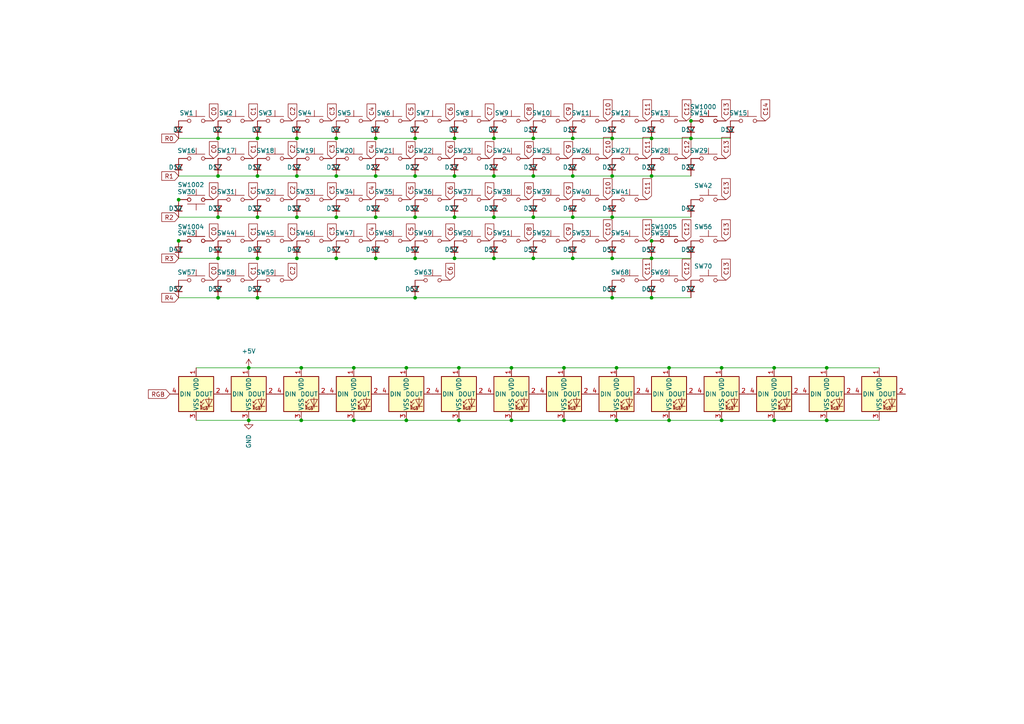
<source format=kicad_sch>
(kicad_sch (version 20240417) (generator "eeschema") (generator_version "8.99")
  (paper "A4")
  (lib_symbols
    (symbol "Connector:Conn_01x04_Pin" (pin_names (offset 1.016) hide)
      (property "Reference" "J" (at 0 5.08 0))
      (property "Value" "Conn_01x04_Pin" (at 0 -7.62 0))
      (symbol "Conn_01x04_Pin_1_1"
        (pin passive line (at 5.08 2.54 180) (length 3.81) (name "Pin_1") (number "1"))
        (pin passive line (at 5.08 0 180) (length 3.81) (name "Pin_2") (number "2"))
        (pin passive line (at 5.08 -2.54 180) (length 3.81) (name "Pin_3") (number "3"))
        (pin passive line (at 5.08 -5.08 180) (length 3.81) (name "Pin_4") (number "4"))
      )
    )
    (symbol "Connector:Conn_01x05_Socket" (pin_names (offset 1.016) hide)
      (property "Reference" "J" (at 0 7.62 0))
      (property "Value" "Conn_01x05_Socket" (at 0 -7.62 0))
      (symbol "Conn_01x05_Socket_1_1"
        (pin passive line (at -5.08 5.08 0) (length 3.81) (name "Pin_1") (number "1"))
        (pin passive line (at -5.08 2.54 0) (length 3.81) (name "Pin_2") (number "2"))
        (pin passive line (at -5.08 0 0) (length 3.81) (name "Pin_3") (number "3"))
        (pin passive line (at -5.08 -2.54 0) (length 3.81) (name "Pin_4") (number "4"))
        (pin passive line (at -5.08 -5.08 0) (length 3.81) (name "Pin_5") (number "5"))
      )
    )
    (symbol "Device:C_Small" (pin_numbers hide) (pin_names (offset 0.254) hide)
      (property "Reference" "C" (at 0.254 1.778 0))
      (property "Value" "C_Small" (at 0.254 -2.032 0))
      (symbol "C_Small_1_1"
        (pin passive line (at 0 2.54 270) (length 2.032) (name "~") (number "1"))
        (pin passive line (at 0 -2.54 90) (length 2.032) (name "~") (number "2"))
      )
    )
    (symbol "Device:D_Small" (pin_numbers hide) (pin_names (offset 0.254) hide)
      (property "Reference" "D" (at -1.27 2.032 0))
      (property "Value" "D_Small" (at -3.81 -2.032 0))
      (symbol "D_Small_1_1"
        (pin passive line (at -2.54 0 0) (length 1.778) (name "K") (number "1"))
        (pin passive line (at 2.54 0 180) (length 1.778) (name "A") (number "2"))
      )
    )
    (symbol "Device:LED" (pin_numbers hide) (pin_names (offset 1.016) hide)
      (property "Reference" "D" (at 0 2.54 0))
      (property "Value" "LED" (at 0 -2.54 0))
      (symbol "LED_1_1"
        (pin passive line (at -3.81 0 0) (length 2.54) (name "K") (number "1"))
        (pin passive line (at 3.81 0 180) (length 2.54) (name "A") (number "2"))
      )
    )
    (symbol "Device:R_Small" (pin_numbers hide) (pin_names (offset 0.254) hide)
      (property "Reference" "R" (at 0.762 0.508 0))
      (property "Value" "R_Small" (at 0.762 -1.016 0))
      (symbol "R_Small_1_1"
        (pin passive line (at 0 2.54 270) (length 0.762) (name "~") (number "1"))
        (pin passive line (at 0 -2.54 90) (length 0.762) (name "~") (number "2"))
      )
    )
    (symbol "LED:WS2812B" (pin_names (offset 0.254))
      (property "Reference" "D" (at 5.08 5.715 0))
      (property "Value" "WS2812B" (at 1.27 -5.715 0))
      (symbol "WS2812B_0_0"
        (text "RGB" (at 2.286 -4.191 0) (effects (font (size 0.762 0.762))))
      )
      (symbol "WS2812B_1_1"
        (pin power_in line (at 0 7.62 270) (length 2.54) (name "VDD") (number "1"))
        (pin output line (at 7.62 0 180) (length 2.54) (name "DOUT") (number "2"))
        (pin power_in line (at 0 -7.62 90) (length 2.54) (name "VSS") (number "3"))
        (pin input line (at -7.62 0 0) (length 2.54) (name "DIN") (number "4"))
      )
    )
    (symbol "Power_Protection:USBLC6-2SC6" (pin_names hide)
      (property "Reference" "U" (at 0.635 5.715 0))
      (property "Value" "USBLC6-2SC6" (at 0.635 3.81 0))
      (symbol "USBLC6-2SC6_1_1"
        (pin passive line (at -5.08 0 0) (length 2.54) (name "I/O1") (number "1"))
        (pin passive line (at 0 -7.62 90) (length 2.54) (name "GND") (number "2"))
        (pin passive line (at -5.08 -2.54 0) (length 2.54) (name "I/O2") (number "3"))
        (pin passive line (at 5.08 -2.54 180) (length 2.54) (name "I/O2") (number "4"))
        (pin passive line (at 0 5.08 270) (length 2.54) (name "VBUS") (number "5"))
        (pin passive line (at 5.08 0 180) (length 2.54) (name "I/O1") (number "6"))
      )
    )
    (symbol "Regulator_Linear:AMS1117"
      (property "Reference" "U" (at -3.81 3.175 0))
      (property "Value" "AMS1117" (at 0 3.175 0))
      (symbol "AMS1117_1_1"
        (pin input line (at 0 -7.62 90) (length 2.54) (name "ADJ") (number "1"))
        (pin power_out line (at 7.62 0 180) (length 2.54) (name "VO") (number "2"))
        (pin power_in line (at -7.62 0 0) (length 2.54) (name "VI") (number "3"))
      )
    )
    (symbol "Switch:SW_Push" (pin_numbers hide) (pin_names (offset 1.016) hide)
      (property "Reference" "SW" (at 1.27 2.54 0))
      (property "Value" "SW_Push" (at 0 -1.524 0))
      (symbol "SW_Push_0_1"
        (pin passive line (at -5.08 0 0) (length 2.54) (name "1") (number "1"))
        (pin passive line (at 5.08 0 180) (length 2.54) (name "2") (number "2"))
      )
    )
    (symbol "power:+3.3V" (power) (pin_numbers hide) (pin_names (offset 0) hide)
      (property "Value" "+3.3V" (at 0 3.556 0))
      (symbol "+3.3V_1_1"
        (pin power_in line (at 0 0 90) (length 0) (name "~") (number "1"))
      )
    )
    (symbol "power:+5V" (power) (pin_numbers hide) (pin_names (offset 0) hide)
      (property "Value" "+5V" (at 0 3.556 0))
      (symbol "+5V_1_1"
        (pin power_in line (at 0 0 90) (length 0) (name "~") (number "1"))
      )
    )
    (symbol "power:GND" (power) (pin_numbers hide) (pin_names (offset 0) hide)
      (property "Value" "GND" (at 0 -3.81 0))
      (symbol "GND_1_1"
        (pin power_in line (at 0 0 270) (length 0) (name "~") (number "1"))
      )
    )
    (symbol "stm32f072:STM32F072-LQFP48-acheronSymbols" (pin_names (offset 1.016))
      (property "Reference" "U1" (at -1.905 3.175 0))
      (property "Value" "STM32F072-LQFP48" (at -15.24 -1.27 0))
      (symbol "STM32F072-LQFP48-acheronSymbols_1_1"
        (pin power_in line (at -43.18 35.56 0) (length 2.54) (name "VBAT") (number "1"))
        (pin bidirectional line (at -43.18 -21.59 0) (length 2.54) (name "PA0/ADC_IN0") (number "10"))
        (pin bidirectional line (at -43.18 -27.94 0) (length 2.54) (name "PA1/ADC_IN1") (number "11"))
        (pin bidirectional line (at -43.18 -34.29 0) (length 2.54) (name "PA2/ADC_IN2") (number "12"))
        (pin bidirectional line (at -34.29 -43.18 90) (length 2.54) (name "PA3/TIM15_CH2/ADC_IN3") (number "13"))
        (pin bidirectional line (at -27.94 -43.18 90) (length 2.54) (name "PA4/TIM14_CH1/ADC_IN4") (number "14"))
        (pin bidirectional line (at -21.59 -43.18 90) (length 2.54) (name "PA5/ADC_IN5/DAC_OUT2") (number "15"))
        (pin bidirectional line (at -15.24 -43.18 90) (length 2.54) (name "PA6/ADC_IN6/TIM3_CH1/TIM16_CH1") (number "16"))
        (pin bidirectional line (at -8.89 -43.18 90) (length 2.54) (name "PA7/TIM3_CH2/TIM14_CH1/ADC_IN7") (number "17"))
        (pin bidirectional line (at -2.54 -43.18 90) (length 2.54) (name "PB0/TIM3_CH3/ADC_IN8") (number "18"))
        (pin bidirectional line (at 3.81 -43.18 90) (length 2.54) (name "PB1/TIM3_CH4/TIM14_CH1/ADC_IN9") (number "19"))
        (pin bidirectional line (at -43.18 29.21 0) (length 2.54) (name "PC13") (number "2"))
        (pin bidirectional line (at 10.16 -43.18 90) (length 2.54) (name "PB2") (number "20"))
        (pin bidirectional line (at 16.51 -43.18 90) (length 2.54) (name "PB10/SPI2_SCK/I2C2_SCL/TIM2_CH3") (number "21"))
        (pin bidirectional line (at 22.86 -43.18 90) (length 2.54) (name "PB11/TIM2_CH4/I2C2_SDA") (number "22"))
        (pin power_in line (at 29.21 -43.18 90) (length 2.54) (name "VSS") (number "23"))
        (pin power_in line (at 35.56 -43.18 90) (length 2.54) (name "VDD") (number "24"))
        (pin bidirectional line (at 44.45 -35.56 180) (length 2.54) (name "PB12") (number "25"))
        (pin bidirectional line (at 44.45 -29.21 180) (length 2.54) (name "SPI2_SCK/I2S2_CK/I2C2_SCL/PB13") (number "26"))
        (pin bidirectional line (at 44.45 -22.86 180) (length 2.54) (name "PB14/SPI2_MISO/I2S2_MCK/I2C2_SDA/TIM15_CH1/PB15") (number "27"))
        (pin bidirectional line (at 44.45 -16.51 180) (length 2.54) (name "SPI2_MOSI/I2S2_SD/PB15") (number "28"))
        (pin bidirectional line (at 44.45 -10.16 180) (length 2.54) (name "TIM1_CH1/PA8") (number "29"))
        (pin bidirectional line (at -43.18 22.86 0) (length 2.54) (name "PC14/OSC32_IN") (number "3"))
        (pin bidirectional line (at 44.45 -3.81 180) (length 2.54) (name "TIM1_CH2/PA9") (number "30"))
        (pin bidirectional line (at 44.45 2.54 180) (length 2.54) (name "TIM1_CH3/PA10") (number "31"))
        (pin bidirectional line (at 44.45 8.89 180) (length 2.54) (name "USB_DM/TIM1_CH4/PA11") (number "32"))
        (pin bidirectional line (at 44.45 15.24 180) (length 2.54) (name "USB_DP/PA12") (number "33"))
        (pin bidirectional line (at 44.45 21.59 180) (length 2.54) (name "SWDIO/PA13") (number "34"))
        (pin power_in line (at 44.45 27.94 180) (length 2.54) (name "VSS") (number "35"))
        (pin power_in line (at 44.45 34.29 180) (length 2.54) (name "VDDIO2") (number "36"))
        (pin bidirectional line (at 35.56 44.45 270) (length 2.54) (name "SWCLK/PA14") (number "37"))
        (pin bidirectional line (at 29.21 44.45 270) (length 2.54) (name "PA2") (number "38"))
        (pin bidirectional line (at 22.86 44.45 270) (length 2.54) (name "SPI1_SCK/I2S1_CK/TIM2_CH2/PB3") (number "39"))
        (pin bidirectional line (at -43.18 16.51 0) (length 2.54) (name "PC15/OSC32_OUT") (number "4"))
        (pin bidirectional line (at 16.51 44.45 270) (length 2.54) (name "SPI1_MISO/I2S1_MCK/TIM3_CH1/PB4") (number "40"))
        (pin bidirectional line (at 10.16 44.45 270) (length 2.54) (name "SPI1_MOSI/I2S1_SD/TIM3_CH2/PB5") (number "41"))
        (pin bidirectional line (at 3.81 44.45 270) (length 2.54) (name "I2C1_SCL/PB6") (number "42"))
        (pin bidirectional line (at -2.54 44.45 270) (length 2.54) (name "2C1_SDA/PB7") (number "43"))
        (pin output line (at -8.89 44.45 270) (length 2.54) (name "BOOT0") (number "44"))
        (pin bidirectional line (at -15.24 44.45 270) (length 2.54) (name "I2C1_SCL/TIM16_CH1/PB8") (number "45"))
        (pin input line (at -21.59 44.45 270) (length 2.54) (name "SPI2_NSS/I2S2_WS/I2C1_SDA/TIM17_CH1/PB9") (number "46"))
        (pin input line (at -27.94 44.45 270) (length 2.54) (name "VSS") (number "47"))
        (pin input line (at -34.29 44.45 270) (length 2.54) (name "VDD") (number "48"))
        (pin bidirectional line (at -43.18 10.16 0) (length 2.54) (name "PF0/OSC_IN") (number "5"))
        (pin bidirectional line (at -43.18 3.81 0) (length 2.54) (name "PF1/OSC_OUT") (number "6"))
        (pin input line (at -43.18 -2.54 0) (length 2.54) (name "NRST") (number "7"))
        (pin power_in line (at -43.18 -8.89 0) (length 2.54) (name "VSSA") (number "8"))
        (pin power_in line (at -43.18 -15.24 0) (length 2.54) (name "VDDA") (number "9"))
      )
    )
  )
  (junction (at 177.546 74.93))
  (junction (at 177.546 86.36))
  (junction (at -135.636 68.072))
  (junction (at 200.406 35.052))
  (junction (at 74.676 74.93))
  (junction (at 177.546 51.054))
  (junction (at -113.792 2.032))
  (junction (at 239.776 121.92))
  (junction (at -131.318 62.992))
  (junction (at 74.676 62.992))
  (junction (at 143.256 74.93))
  (junction (at -113.792 6.35))
  (junction (at 63.246 86.36))
  (junction (at 200.406 40.132))
  (junction (at 188.976 51.054))
  (junction (at 154.686 51.054))
  (junction (at 120.396 62.992))
  (junction (at 194.056 121.92))
  (junction (at 163.576 106.68))
  (junction (at 143.256 51.054))
  (junction (at 86.106 51.054))
  (junction (at 188.976 74.93))
  (junction (at 163.576 121.92))
  (junction (at -118.872 2.032))
  (junction (at -136.144 81.534))
  (junction (at 120.396 40.132))
  (junction (at 148.336 106.68))
  (junction (at 239.776 106.68))
  (junction (at 51.816 57.912))
  (junction (at 143.256 40.132))
  (junction (at 131.826 40.132))
  (junction (at 154.686 62.992))
  (junction (at 63.246 62.992))
  (junction (at 131.826 51.054))
  (junction (at 102.616 106.68))
  (junction (at 166.116 62.992))
  (junction (at 97.536 62.992))
  (junction (at 86.106 74.93))
  (junction (at 209.296 121.92))
  (junction (at 72.136 121.92))
  (junction (at 194.056 106.68))
  (junction (at 117.856 106.68))
  (junction (at 63.246 40.132))
  (junction (at 108.966 74.93))
  (junction (at 120.396 74.93))
  (junction (at 177.546 62.992))
  (junction (at 63.246 51.054))
  (junction (at -50.546 99.568))
  (junction (at 188.976 40.132))
  (junction (at 108.966 51.054))
  (junction (at -128.524 18.034))
  (junction (at -38.1 25.146))
  (junction (at 148.336 121.92))
  (junction (at 97.536 51.054))
  (junction (at 166.116 74.93))
  (junction (at -33.782 20.066))
  (junction (at 166.116 51.054))
  (junction (at -139.954 -2.54))
  (junction (at -50.546 103.886))
  (junction (at -33.782 25.146))
  (junction (at 224.536 106.68))
  (junction (at -55.626 99.568))
  (junction (at 102.616 121.92))
  (junction (at -55.626 103.886))
  (junction (at -118.872 6.35))
  (junction (at 97.536 40.132))
  (junction (at 188.976 69.85))
  (junction (at 133.096 121.92))
  (junction (at 131.826 62.992))
  (junction (at -137.16 -2.54))
  (junction (at 131.826 74.93))
  (junction (at 117.856 121.92))
  (junction (at 86.106 62.992))
  (junction (at 209.296 106.68))
  (junction (at 154.686 74.93))
  (junction (at 133.096 106.68))
  (junction (at 51.816 69.85))
  (junction (at 72.136 106.68))
  (junction (at 108.966 62.992))
  (junction (at -131.318 68.072))
  (junction (at 178.816 121.92))
  (junction (at 120.396 86.36))
  (junction (at 224.536 121.92))
  (junction (at -128.524 81.534))
  (junction (at 188.976 86.36))
  (junction (at 97.536 74.93))
  (junction (at 74.676 86.36))
  (junction (at 87.376 121.92))
  (junction (at 178.816 106.68))
  (junction (at 87.376 106.68))
  (junction (at -38.1 20.066))
  (junction (at 143.256 62.992))
  (junction (at 86.106 40.132))
  (junction (at 154.686 40.132))
  (junction (at 177.546 40.132))
  (junction (at 166.116 40.132))
  (junction (at 74.676 51.054))
  (junction (at 63.246 74.93))
  (junction (at 120.396 51.054))
  (junction (at 74.676 40.132))
  (junction (at 108.966 40.132))
  (junction (at -135.636 62.992))
  (no_connect (at -128.524 49.784))
  (no_connect (at -128.524 43.434))
  (wire (pts (xy 63.246 62.992) (xy 74.676 62.992)))
  (wire (pts (xy 74.676 74.93) (xy 86.106 74.93)))
  (wire (pts (xy 120.396 74.93) (xy 131.826 74.93)))
  (wire (pts (xy 108.966 40.132) (xy 120.396 40.132)))
  (wire (pts (xy -150.114 -2.54) (xy -150.114 -6.35)))
  (wire (pts (xy 72.136 121.92) (xy 87.376 121.92)))
  (wire (pts (xy 131.826 74.93) (xy 143.256 74.93)))
  (wire (pts (xy -128.524 68.072) (xy -131.318 68.072)))
  (wire (pts (xy -131.318 68.072) (xy -135.636 68.072)))
  (wire (pts (xy 177.546 74.93) (xy 188.976 74.93)))
  (wire (pts (xy 209.296 106.68) (xy 224.536 106.68)))
  (wire (pts (xy 74.676 40.132) (xy 86.106 40.132)))
  (wire (pts (xy 188.976 51.054) (xy 200.406 51.054)))
  (wire (pts (xy -137.16 -7.874) (xy -139.954 -7.874)))
  (wire (pts (xy 148.336 121.92) (xy 163.576 121.92)))
  (wire (pts (xy -55.626 96.774) (xy -56.134 96.774)))
  (wire (pts (xy -113.792 9.144) (xy -113.284 9.144)))
  (wire (pts (xy 209.296 121.92) (xy 224.536 121.92)))
  (wire (pts (xy -55.626 103.886) (xy -55.626 99.568)))
  (wire (pts (xy 51.816 74.93) (xy 63.246 74.93)))
  (wire (pts (xy 120.396 62.992) (xy 131.826 62.992)))
  (wire (pts (xy 87.376 121.92) (xy 102.616 121.92)))
  (wire (pts (xy 163.576 106.68) (xy 178.816 106.68)))
  (wire (pts (xy 143.256 51.054) (xy 154.686 51.054)))
  (wire (pts (xy -128.524 62.992) (xy -128.524 62.484)))
  (wire (pts (xy 63.246 86.36) (xy 74.676 86.36)))
  (wire (pts (xy 56.896 121.92) (xy 72.136 121.92)))
  (wire (pts (xy 177.546 86.36) (xy 188.976 86.36)))
  (wire (pts (xy 102.616 106.68) (xy 117.856 106.68)))
  (wire (pts (xy 51.816 51.054) (xy 63.246 51.054)))
  (wire (pts (xy 224.536 121.92) (xy 239.776 121.92)))
  (wire (pts (xy 166.116 62.992) (xy 177.546 62.992)))
  (wire (pts (xy 74.676 86.36) (xy 120.396 86.36)))
  (wire (pts (xy -55.626 99.568) (xy -55.626 96.774)))
  (wire (pts (xy -118.872 6.35) (xy -118.872 2.032)))
  (wire (pts (xy 166.116 40.132) (xy 177.546 40.132)))
  (wire (pts (xy 188.976 86.36) (xy 200.406 86.36)))
  (wire (pts (xy 178.816 106.68) (xy 194.056 106.68)))
  (wire (pts (xy 188.976 40.132) (xy 200.406 40.132)))
  (wire (pts (xy 166.116 51.054) (xy 177.546 51.054)))
  (wire (pts (xy 188.976 74.93) (xy 200.406 74.93)))
  (wire (pts (xy 117.856 121.92) (xy 133.096 121.92)))
  (wire (pts (xy -137.16 -2.54) (xy -137.16 -2.794)))
  (wire (pts (xy 166.116 74.93) (xy 177.546 74.93)))
  (wire (pts (xy 177.546 62.992) (xy 200.406 62.992)))
  (wire (pts (xy 97.536 51.054) (xy 108.966 51.054)))
  (wire (pts (xy -119.634 9.144) (xy -118.872 9.144)))
  (wire (pts (xy 72.136 106.68) (xy 87.376 106.68)))
  (wire (pts (xy -50.546 96.774) (xy -50.546 99.568)))
  (wire (pts (xy -139.954 -6.35) (xy -139.954 -2.54)))
  (wire (pts (xy 56.896 106.68) (xy 72.136 106.68)))
  (wire (pts (xy 120.396 51.054) (xy 131.826 51.054)))
  (wire (pts (xy 131.826 62.992) (xy 143.256 62.992)))
  (wire (pts (xy 131.826 40.132) (xy 143.256 40.132)))
  (wire (pts (xy -33.782 25.146) (xy -38.1 25.146)))
  (wire (pts (xy 163.576 121.92) (xy 178.816 121.92)))
  (wire (pts (xy 200.406 40.132) (xy 211.836 40.132)))
  (wire (pts (xy 87.376 106.68) (xy 102.616 106.68)))
  (wire (pts (xy 51.816 62.992) (xy 63.246 62.992)))
  (wire (pts (xy 143.256 74.93) (xy 154.686 74.93)))
  (wire (pts (xy 51.816 86.36) (xy 63.246 86.36)))
  (wire (pts (xy -118.872 9.144) (xy -118.872 6.35)))
  (wire (pts (xy 177.546 40.132) (xy 188.976 40.132)))
  (wire (pts (xy 120.396 86.36) (xy 177.546 86.36)))
  (wire (pts (xy -38.1 20.066) (xy -33.782 20.066)))
  (wire (pts (xy 117.856 106.68) (xy 133.096 106.68)))
  (wire (pts (xy 97.536 40.132) (xy 108.966 40.132)))
  (wire (pts (xy -135.636 62.992) (xy -131.318 62.992)))
  (wire (pts (xy 154.686 40.132) (xy 166.116 40.132)))
  (wire (pts (xy -40.894 20.066) (xy -38.1 20.066)))
  (wire (pts (xy 224.536 106.68) (xy 239.776 106.68)))
  (wire (pts (xy -49.784 96.774) (xy -50.546 96.774)))
  (wire (pts (xy 108.966 74.93) (xy 120.396 74.93)))
  (wire (pts (xy 133.096 121.92) (xy 148.336 121.92)))
  (wire (pts (xy 177.546 51.054) (xy 188.976 51.054)))
  (wire (pts (xy 63.246 51.054) (xy 74.676 51.054)))
  (wire (pts (xy 86.106 62.992) (xy 97.536 62.992)))
  (wire (pts (xy 97.536 62.992) (xy 108.966 62.992)))
  (wire (pts (xy -139.954 -2.54) (xy -137.16 -2.54)))
  (wire (pts (xy -147.574 -2.54) (xy -150.114 -2.54)))
  (wire (pts (xy -113.792 6.35) (xy -113.792 9.144)))
  (wire (pts (xy 148.336 106.68) (xy 163.576 106.68)))
  (wire (pts (xy 194.056 121.92) (xy 209.296 121.92)))
  (wire (pts (xy 154.686 51.054) (xy 166.116 51.054)))
  (wire (pts (xy 74.676 62.992) (xy 86.106 62.992)))
  (wire (pts (xy -142.494 -2.54) (xy -139.954 -2.54)))
  (wire (pts (xy -198.374 67.818) (xy -187.198 67.818)))
  (wire (pts (xy 154.686 62.992) (xy 166.116 62.992)))
  (wire (pts (xy 239.776 106.68) (xy 255.016 106.68)))
  (wire (pts (xy 194.056 106.68) (xy 209.296 106.68)))
  (wire (pts (xy -113.792 2.032) (xy -113.792 6.35)))
  (wire (pts (xy 131.826 51.054) (xy 143.256 51.054)))
  (wire (pts (xy 154.686 74.93) (xy 166.116 74.93)))
  (wire (pts (xy 178.816 121.92) (xy 194.056 121.92)))
  (wire (pts (xy 143.256 62.992) (xy 154.686 62.992)))
  (wire (pts (xy 74.676 51.054) (xy 86.106 51.054)))
  (wire (pts (xy -50.546 99.568) (xy -50.546 103.886)))
  (wire (pts (xy 86.106 74.93) (xy 97.536 74.93)))
  (wire (pts (xy 97.536 74.93) (xy 108.966 74.93)))
  (wire (pts (xy 86.106 51.054) (xy 97.536 51.054)))
  (wire (pts (xy 63.246 74.93) (xy 74.676 74.93)))
  (wire (pts (xy 108.966 62.992) (xy 120.396 62.992)))
  (wire (pts (xy -128.524 68.834) (xy -128.524 68.072)))
  (wire (pts (xy 51.816 40.132) (xy 63.246 40.132)))
  (wire (pts (xy -38.1 25.146) (xy -40.894 25.146)))
  (wire (pts (xy -40.894 25.146) (xy -40.894 25.654)))
  (wire (pts (xy 120.396 40.132) (xy 131.826 40.132)))
  (wire (pts (xy 108.966 51.054) (xy 120.396 51.054)))
  (wire (pts (xy 63.246 40.132) (xy 74.676 40.132)))
  (wire (pts (xy 143.256 40.132) (xy 154.686 40.132)))
  (wire (pts (xy 239.776 121.92) (xy 255.016 121.92)))
  (wire (pts (xy -40.894 19.304) (xy -40.894 20.066)))
  (wire (pts (xy 102.616 121.92) (xy 117.856 121.92)))
  (wire (pts (xy -131.318 62.992) (xy -128.524 62.992)))
  (wire (pts (xy 86.106 40.132) (xy 97.536 40.132)))
  (wire (pts (xy 133.096 106.68) (xy 148.336 106.68)))
  (wire (pts (xy -198.374 65.278) (xy -187.198 65.278)))
  (global_label "C2" (shape input) (at -100.584 9.144 90) (property "Intersheetrefs" "${INTERSHEET_REFS}" (effects (hide yes))))
  (global_label "D+" (shape input) (at -177.038 67.818 0) (property "Intersheetrefs" "${INTERSHEET_REFS}" (effects (hide yes))))
  (global_label "C1" (shape input) (at 73.406 35.052 90) (property "Intersheetrefs" "${INTERSHEET_REFS}" (effects (hide yes))))
  (global_label "C13" (shape input) (at 210.566 69.85 90) (property "Intersheetrefs" "${INTERSHEET_REFS}" (effects (hide yes))))
  (global_label "boot" (shape input) (at -94.234 9.144 90) (property "Intersheetrefs" "${INTERSHEET_REFS}" (effects (hide yes))))
  (global_label "C7" (shape input) (at 141.986 45.974 90) (property "Intersheetrefs" "${INTERSHEET_REFS}" (effects (hide yes))))
  (global_label "C7" (shape input) (at 141.986 35.052 90) (property "Intersheetrefs" "${INTERSHEET_REFS}" (effects (hide yes))))
  (global_label "DIO" (shape input) (at -83.566 66.548 270) (property "Intersheetrefs" "${INTERSHEET_REFS}" (effects (hide yes))))
  (global_label "C6" (shape input) (at 130.556 57.912 90) (property "Intersheetrefs" "${INTERSHEET_REFS}" (effects (hide yes))))
  (global_label "C13" (shape input) (at 210.566 57.912 90) (property "Intersheetrefs" "${INTERSHEET_REFS}" (effects (hide yes))))
  (global_label "C5" (shape input) (at 119.126 57.912 90) (property "Intersheetrefs" "${INTERSHEET_REFS}" (effects (hide yes))))
  (global_label "C12" (shape input) (at 199.136 35.052 90) (property "Intersheetrefs" "${INTERSHEET_REFS}" (effects (hide yes))))
  (global_label "C11" (shape input) (at -128.524 37.084 180) (property "Intersheetrefs" "${INTERSHEET_REFS}" (effects (hide yes))))
  (global_label "C2" (shape input) (at 84.836 69.85 90) (property "Intersheetrefs" "${INTERSHEET_REFS}" (effects (hide yes))))
  (global_label "R0" (shape input) (at 51.816 40.132 180) (property "Intersheetrefs" "${INTERSHEET_REFS}" (effects (hide yes))))
  (global_label "C8" (shape input) (at 153.416 35.052 90) (property "Intersheetrefs" "${INTERSHEET_REFS}" (effects (hide yes))))
  (global_label "C10" (shape input) (at 176.276 57.912 90) (property "Intersheetrefs" "${INTERSHEET_REFS}" (effects (hide yes))))
  (global_label "C8" (shape input) (at 153.416 57.912 90) (property "Intersheetrefs" "${INTERSHEET_REFS}" (effects (hide yes))))
  (global_label "C10" (shape input) (at 176.276 35.052 90) (property "Intersheetrefs" "${INTERSHEET_REFS}" (effects (hide yes))))
  (global_label "C9" (shape input) (at 164.846 57.912 90) (property "Intersheetrefs" "${INTERSHEET_REFS}" (effects (hide yes))))
  (global_label "RST" (shape input) (at -86.106 66.548 270) (property "Intersheetrefs" "${INTERSHEET_REFS}" (effects (hide yes))))
  (global_label "C3" (shape input) (at 96.266 69.85 90) (property "Intersheetrefs" "${INTERSHEET_REFS}" (effects (hide yes))))
  (global_label "C6" (shape input) (at 130.556 45.974 90) (property "Intersheetrefs" "${INTERSHEET_REFS}" (effects (hide yes))))
  (global_label "C1" (shape input) (at 73.406 81.28 90) (property "Intersheetrefs" "${INTERSHEET_REFS}" (effects (hide yes))))
  (global_label "C6" (shape input) (at -68.834 9.144 90) (property "Intersheetrefs" "${INTERSHEET_REFS}" (effects (hide yes))))
  (global_label "C3" (shape input) (at 96.266 35.052 90) (property "Intersheetrefs" "${INTERSHEET_REFS}" (effects (hide yes))))
  (global_label "C10" (shape input) (at 176.276 69.85 90) (property "Intersheetrefs" "${INTERSHEET_REFS}" (effects (hide yes))))
  (global_label "C1" (shape input) (at 73.406 69.85 90) (property "Intersheetrefs" "${INTERSHEET_REFS}" (effects (hide yes))))
  (global_label "R3" (shape input) (at 51.816 74.93 180) (property "Intersheetrefs" "${INTERSHEET_REFS}" (effects (hide yes))))
  (global_label "C14" (shape input) (at -40.894 76.454 0) (property "Intersheetrefs" "${INTERSHEET_REFS}" (effects (hide yes))))
  (global_label "C0" (shape input) (at 61.976 81.28 90) (property "Intersheetrefs" "${INTERSHEET_REFS}" (effects (hide yes))))
  (global_label "C8" (shape input) (at 153.416 45.974 90) (property "Intersheetrefs" "${INTERSHEET_REFS}" (effects (hide yes))))
  (global_label "RST" (shape input) (at -128.524 56.134 180) (property "Intersheetrefs" "${INTERSHEET_REFS}" (effects (hide yes))))
  (global_label "C0" (shape input) (at 61.976 35.052 90) (property "Intersheetrefs" "${INTERSHEET_REFS}" (effects (hide yes))))
  (global_label "D+" (shape input) (at -40.894 38.354 0) (property "Intersheetrefs" "${INTERSHEET_REFS}" (effects (hide yes))))
  (global_label "C0" (shape input) (at 61.976 69.85 90) (property "Intersheetrefs" "${INTERSHEET_REFS}" (effects (hide yes))))
  (global_label "C9" (shape input) (at 164.846 35.052 90) (property "Intersheetrefs" "${INTERSHEET_REFS}" (effects (hide yes))))
  (global_label "C0" (shape input) (at 61.976 57.912 90) (property "Intersheetrefs" "${INTERSHEET_REFS}" (effects (hide yes))))
  (global_label "C0" (shape input) (at -68.834 96.774 270) (property "Intersheetrefs" "${INTERSHEET_REFS}" (effects (hide yes))))
  (global_label "C11" (shape input) (at 187.706 81.28 90) (property "Intersheetrefs" "${INTERSHEET_REFS}" (effects (hide yes))))
  (global_label "C12" (shape input) (at -128.524 30.734 180) (property "Intersheetrefs" "${INTERSHEET_REFS}" (effects (hide yes))))
  (global_label "C13" (shape input) (at -128.524 24.384 180) (property "Intersheetrefs" "${INTERSHEET_REFS}" (effects (hide yes))))
  (global_label "C9" (shape input) (at 164.846 45.974 90) (property "Intersheetrefs" "${INTERSHEET_REFS}" (effects (hide yes))))
  (global_label "C5" (shape input) (at 119.126 35.052 90) (property "Intersheetrefs" "${INTERSHEET_REFS}" (effects (hide yes))))
  (global_label "C5" (shape input) (at 119.126 45.974 90) (property "Intersheetrefs" "${INTERSHEET_REFS}" (effects (hide yes))))
  (global_label "R0" (shape input) (at -40.894 89.154 0) (property "Intersheetrefs" "${INTERSHEET_REFS}" (effects (hide yes))))
  (global_label "C6" (shape input) (at 130.556 35.052 90) (property "Intersheetrefs" "${INTERSHEET_REFS}" (effects (hide yes))))
  (global_label "C11" (shape input) (at 187.706 35.052 90) (property "Intersheetrefs" "${INTERSHEET_REFS}" (effects (hide yes))))
  (global_label "C7" (shape input) (at -62.484 9.144 90) (property "Intersheetrefs" "${INTERSHEET_REFS}" (effects (hide yes))))
  (global_label "R4" (shape input) (at 51.816 86.36 180) (property "Intersheetrefs" "${INTERSHEET_REFS}" (effects (hide yes))))
  (global_label "C11" (shape input) (at 187.706 45.974 90) (property "Intersheetrefs" "${INTERSHEET_REFS}" (effects (hide yes))))
  (global_label "C1" (shape input) (at -106.934 9.144 90) (property "Intersheetrefs" "${INTERSHEET_REFS}" (effects (hide yes))))
  (global_label "C9" (shape input) (at -128.524 87.884 180) (property "Intersheetrefs" "${INTERSHEET_REFS}" (effects (hide yes))))
  (global_label "R2" (shape input) (at -62.484 96.774 270) (property "Intersheetrefs" "${INTERSHEET_REFS}" (effects (hide yes))))
  (global_label "C0" (shape input) (at 61.976 45.974 90) (property "Intersheetrefs" "${INTERSHEET_REFS}" (effects (hide yes))))
  (global_label "C7" (shape input) (at 141.986 57.912 90) (property "Intersheetrefs" "${INTERSHEET_REFS}" (effects (hide yes))))
  (global_label "C10" (shape input) (at 176.276 45.974 90) (property "Intersheetrefs" "${INTERSHEET_REFS}" (effects (hide yes))))
  (global_label "C3" (shape input) (at 96.266 57.912 90) (property "Intersheetrefs" "${INTERSHEET_REFS}" (effects (hide yes))))
  (global_label "C2" (shape input) (at 84.836 45.974 90) (property "Intersheetrefs" "${INTERSHEET_REFS}" (effects (hide yes))))
  (global_label "C10" (shape input) (at -128.524 75.184 180) (property "Intersheetrefs" "${INTERSHEET_REFS}" (effects (hide yes))))
  (global_label "R1" (shape input) (at 51.816 51.054 180) (property "Intersheetrefs" "${INTERSHEET_REFS}" (effects (hide yes))))
  (global_label "RGB" (shape input) (at -87.884 96.774 270) (property "Intersheetrefs" "${INTERSHEET_REFS}" (effects (hide yes))))
  (global_label "C2" (shape input) (at 84.836 81.28 90) (property "Intersheetrefs" "${INTERSHEET_REFS}" (effects (hide yes))))
  (global_label "C4" (shape input) (at 107.696 57.912 90) (property "Intersheetrefs" "${INTERSHEET_REFS}" (effects (hide yes))))
  (global_label "C12" (shape input) (at 199.136 69.85 90) (property "Intersheetrefs" "${INTERSHEET_REFS}" (effects (hide yes))))
  (global_label "C8" (shape input) (at -56.134 9.144 90) (property "Intersheetrefs" "${INTERSHEET_REFS}" (effects (hide yes))))
  (global_label "C13" (shape input) (at 210.566 35.052 90) (property "Intersheetrefs" "${INTERSHEET_REFS}" (effects (hide yes))))
  (global_label "DIO" (shape input) (at -40.894 32.004 0) (property "Intersheetrefs" "${INTERSHEET_REFS}" (effects (hide yes))))
  (global_label "C3" (shape input) (at -87.884 9.144 90) (property "Intersheetrefs" "${INTERSHEET_REFS}" (effects (hide yes))))
  (global_label "C13" (shape input) (at 210.566 45.974 90) (property "Intersheetrefs" "${INTERSHEET_REFS}" (effects (hide yes))))
  (global_label "C4" (shape input) (at 107.696 35.052 90) (property "Intersheetrefs" "${INTERSHEET_REFS}" (effects (hide yes))))
  (global_label "C12" (shape input) (at 199.136 81.28 90) (property "Intersheetrefs" "${INTERSHEET_REFS}" (effects (hide yes))))
  (global_label "C2" (shape input) (at 84.836 35.052 90) (property "Intersheetrefs" "${INTERSHEET_REFS}" (effects (hide yes))))
  (global_label "C4" (shape input) (at 107.696 69.85 90) (property "Intersheetrefs" "${INTERSHEET_REFS}" (effects (hide yes))))
  (global_label "R2" (shape input) (at 51.816 62.992 180) (property "Intersheetrefs" "${INTERSHEET_REFS}" (effects (hide yes))))
  (global_label "C1" (shape input) (at 73.406 57.912 90) (property "Intersheetrefs" "${INTERSHEET_REFS}" (effects (hide yes))))
  (global_label "R3" (shape input) (at -75.184 96.774 270) (property "Intersheetrefs" "${INTERSHEET_REFS}" (effects (hide yes))))
  (global_label "C14" (shape input) (at 221.996 35.052 90) (property "Intersheetrefs" "${INTERSHEET_REFS}" (effects (hide yes))))
  (global_label "R4" (shape input) (at -81.534 96.774 270) (property "Intersheetrefs" "${INTERSHEET_REFS}" (effects (hide yes))))
  (global_label "boot" (shape input) (at -137.16 -7.874 90) (property "Intersheetrefs" "${INTERSHEET_REFS}" (effects (hide yes))))
  (global_label "RGB" (shape input) (at 49.276 114.3 180) (property "Intersheetrefs" "${INTERSHEET_REFS}" (effects (hide yes))))
  (global_label "C4" (shape input) (at -81.534 9.144 90) (property "Intersheetrefs" "${INTERSHEET_REFS}" (effects (hide yes))))
  (global_label "C9" (shape input) (at 164.846 69.85 90) (property "Intersheetrefs" "${INTERSHEET_REFS}" (effects (hide yes))))
  (global_label "C2" (shape input) (at 84.836 57.912 90) (property "Intersheetrefs" "${INTERSHEET_REFS}" (effects (hide yes))))
  (global_label "RST" (shape input) (at -150.114 -6.35 180) (property "Intersheetrefs" "${INTERSHEET_REFS}" (effects (hide yes))))
  (global_label "C4" (shape input) (at 107.696 45.974 90) (property "Intersheetrefs" "${INTERSHEET_REFS}" (effects (hide yes))))
  (global_label "C8" (shape input) (at 153.416 69.85 90) (property "Intersheetrefs" "${INTERSHEET_REFS}" (effects (hide yes))))
  (global_label "C11" (shape input) (at 187.706 69.85 90) (property "Intersheetrefs" "${INTERSHEET_REFS}" (effects (hide yes))))
  (global_label "R1" (shape input) (at -40.894 82.804 0) (property "Intersheetrefs" "${INTERSHEET_REFS}" (effects (hide yes))))
  (global_label "C3" (shape input) (at 96.266 45.974 90) (property "Intersheetrefs" "${INTERSHEET_REFS}" (effects (hide yes))))
  (global_label "CLK" (shape input) (at -81.026 66.548 270) (property "Intersheetrefs" "${INTERSHEET_REFS}" (effects (hide yes))))
  (global_label "C7" (shape input) (at 141.986 69.85 90) (property "Intersheetrefs" "${INTERSHEET_REFS}" (effects (hide yes))))
  (global_label "CLK" (shape input) (at -49.784 9.144 90) (property "Intersheetrefs" "${INTERSHEET_REFS}" (effects (hide yes))))
  (global_label "D-" (shape input) (at -177.038 65.278 0) (property "Intersheetrefs" "${INTERSHEET_REFS}" (effects (hide yes))))
  (global_label "C6" (shape input) (at 130.556 69.85 90) (property "Intersheetrefs" "${INTERSHEET_REFS}" (effects (hide yes))))
  (global_label "C1" (shape input) (at 73.406 45.974 90) (property "Intersheetrefs" "${INTERSHEET_REFS}" (effects (hide yes))))
  (global_label "C5" (shape input) (at -75.184 9.144 90) (property "Intersheetrefs" "${INTERSHEET_REFS}" (effects (hide yes))))
  (global_label "C12" (shape input) (at 199.136 45.974 90) (property "Intersheetrefs" "${INTERSHEET_REFS}" (effects (hide yes))))
  (global_label "C13" (shape input) (at 210.566 81.28 90) (property "Intersheetrefs" "${INTERSHEET_REFS}" (effects (hide yes))))
  (global_label "C6" (shape input) (at 130.556 81.28 90) (property "Intersheetrefs" "${INTERSHEET_REFS}" (effects (hide yes))))
  (global_label "C11" (shape input) (at 187.706 57.912 90) (property "Intersheetrefs" "${INTERSHEET_REFS}" (effects (hide yes))))
  (global_label "C5" (shape input) (at 119.126 69.85 90) (property "Intersheetrefs" "${INTERSHEET_REFS}" (effects (hide yes))))
  (global_label "D-" (shape input) (at -40.894 44.704 0) (property "Intersheetrefs" "${INTERSHEET_REFS}" (effects (hide yes))))
  (symbol (lib_id "Switch:SW_Push") (at 125.476 57.912 0) (unit 1)
    (property "Reference" "SW36" (at 122.682 55.626 0))
    (property "Value" "SW_Push" (effects (hide yes)))
    (property "Footprint" "MX_cherry:MXOnly-1U-Hotswap" (effects (hide yes)))
    (property "Description" "Push button switch, generic, two pins" (effects (hide yes)))
  )
  (symbol (lib_id "Device:D_Small") (at 63.246 83.82 90) (unit 1)
    (property "Reference" "D58" (at 64.262 83.82 90) (effects (justify left)))
    (property "Value" "D_Small" (effects (hide yes)))
    (property "Footprint" "Diode_SMD:D_MiniMELF" (effects (hide yes)))
    (property "Description" "Diode, small symbol" (effects (hide yes)))
    (property "Sim.Device" "D" (effects (hide yes)))
    (property "Sim.Pins" "1=K 2=A" (effects (hide yes)))
  )
  (symbol (lib_id "Device:D_Small") (at 154.686 48.514 90) (unit 1)
    (property "Reference" "D25" (at 155.702 48.514 90) (effects (justify left)))
    (property "Value" "D_Small" (effects (hide yes)))
    (property "Footprint" "Diode_SMD:D_MiniMELF" (effects (hide yes)))
    (property "Description" "Diode, small symbol" (effects (hide yes)))
    (property "Sim.Device" "D" (effects (hide yes)))
    (property "Sim.Pins" "1=K 2=A" (effects (hide yes)))
  )
  (symbol (lib_id "Switch:SW_Push") (at 159.766 57.912 0) (unit 1)
    (property "Reference" "SW39" (at 156.972 55.626 0))
    (property "Value" "SW_Push" (effects (hide yes)))
    (property "Footprint" "MX_cherry:MXOnly-1U-Hotswap" (effects (hide yes)))
    (property "Description" "Push button switch, generic, two pins" (effects (hide yes)))
  )
  (symbol (lib_id "Device:D_Small") (at 51.816 72.39 90) (unit 1)
    (property "Reference" "D43" (at 52.832 72.39 90) (effects (justify left)))
    (property "Value" "D_Small" (effects (hide yes)))
    (property "Footprint" "Diode_SMD:D_MiniMELF" (effects (hide yes)))
    (property "Description" "Diode, small symbol" (effects (hide yes)))
    (property "Sim.Device" "D" (effects (hide yes)))
    (property "Sim.Pins" "1=K 2=A" (effects (hide yes)))
  )
  (symbol (lib_id "Switch:SW_Push") (at 102.616 35.052 0) (unit 1)
    (property "Reference" "SW5" (at 99.822 32.766 0))
    (property "Value" "SW_Push" (effects (hide yes)))
    (property "Footprint" "MX_cherry:MXOnly-1U-Hotswap" (effects (hide yes)))
    (property "Description" "Push button switch, generic, two pins" (effects (hide yes)))
  )
  (symbol (lib_id "Device:D_Small") (at 188.976 72.39 90) (unit 1)
    (property "Reference" "D55" (at 189.992 72.39 90) (effects (justify left)))
    (property "Value" "D_Small" (effects (hide yes)))
    (property "Footprint" "Diode_SMD:D_MiniMELF" (effects (hide yes)))
    (property "Description" "Diode, small symbol" (effects (hide yes)))
    (property "Sim.Device" "D" (effects (hide yes)))
    (property "Sim.Pins" "1=K 2=A" (effects (hide yes)))
  )
  (symbol (lib_id "power:GND") (at -33.782 25.146 90) (unit 1)
    (property "Reference" "#PWR02" (effects (hide yes)))
    (property "Value" "GND" (at -29.718 25.1459 90) (effects (justify right)))
    (property "Description" "Power symbol creates a global label with name \"GND\" , ground" (effects (hide yes)))
  )
  (symbol (lib_id "Switch:SW_Push") (at 114.046 69.85 0) (unit 1)
    (property "Reference" "SW48" (at 111.252 67.564 0))
    (property "Value" "SW_Push" (effects (hide yes)))
    (property "Footprint" "MX_cherry:MXOnly-1U-Hotswap" (effects (hide yes)))
    (property "Description" "Push button switch, generic, two pins" (effects (hide yes)))
  )
  (symbol (lib_id "Device:D_Small") (at 166.116 48.514 90) (unit 1)
    (property "Reference" "D26" (at 167.132 48.514 90) (effects (justify left)))
    (property "Value" "D_Small" (effects (hide yes)))
    (property "Footprint" "Diode_SMD:D_MiniMELF" (effects (hide yes)))
    (property "Description" "Diode, small symbol" (effects (hide yes)))
    (property "Sim.Device" "D" (effects (hide yes)))
    (property "Sim.Pins" "1=K 2=A" (effects (hide yes)))
  )
  (symbol (lib_id "Switch:SW_Push") (at 68.326 35.052 0) (unit 1)
    (property "Reference" "SW2" (at 65.532 32.766 0))
    (property "Value" "SW_Push" (effects (hide yes)))
    (property "Footprint" "MX_cherry:MXOnly-1U-Hotswap" (effects (hide yes)))
    (property "Description" "Push button switch, generic, two pins" (effects (hide yes)))
  )
  (symbol (lib_id "Switch:SW_Push") (at 171.196 35.052 0) (unit 1)
    (property "Reference" "SW11" (at 168.402 32.766 0))
    (property "Value" "SW_Push" (effects (hide yes)))
    (property "Footprint" "MX_cherry:MXOnly-1U-Hotswap" (effects (hide yes)))
    (property "Description" "Push button switch, generic, two pins" (effects (hide yes)))
  )
  (symbol (lib_id "Device:LED") (at -132.334 81.534 180) (unit 1)
    (property "Reference" "Dled1" (effects (hide yes)))
    (property "Value" "LED" (at -130.7465 77.47 0))
    (property "Footprint" "keyboard:LED-6028" (effects (hide yes)))
    (property "Description" "Light emitting diode" (effects (hide yes)))
  )
  (symbol (lib_id "Device:D_Small") (at 86.106 37.592 90) (unit 1)
    (property "Reference" "D4" (at 87.122 37.592 90) (effects (justify left)))
    (property "Value" "D_Small" (effects (hide yes)))
    (property "Footprint" "Diode_SMD:D_MiniMELF" (effects (hide yes)))
    (property "Description" "Diode, small symbol" (effects (hide yes)))
    (property "Sim.Device" "D" (effects (hide yes)))
    (property "Sim.Pins" "1=K 2=A" (effects (hide yes)))
  )
  (symbol (lib_id "Device:LED") (at -132.334 81.534 180) (unit 1)
    (property "Reference" "Dled2" (effects (hide yes)))
    (property "Value" "LED" (at -130.7465 77.47 0))
    (property "Footprint" "keyboard:LED-6028" (effects (hide yes)))
    (property "Description" "Light emitting diode" (effects (hide yes)))
  )
  (symbol (lib_id "Switch:SW_Push") (at 79.756 81.28 0) (unit 1)
    (property "Reference" "SW59" (at 76.962 78.994 0))
    (property "Value" "SW_Push" (effects (hide yes)))
    (property "Footprint" "MX_cherry:MXOnly-1.25U-Hotswap" (effects (hide yes)))
    (property "Description" "Push button switch, generic, two pins" (effects (hide yes)))
  )
  (symbol (lib_id "Device:D_Small") (at 154.686 72.39 90) (unit 1)
    (property "Reference" "D52" (at 155.702 72.39 90) (effects (justify left)))
    (property "Value" "D_Small" (effects (hide yes)))
    (property "Footprint" "Diode_SMD:D_MiniMELF" (effects (hide yes)))
    (property "Description" "Diode, small symbol" (effects (hide yes)))
    (property "Sim.Device" "D" (effects (hide yes)))
    (property "Sim.Pins" "1=K 2=A" (effects (hide yes)))
  )
  (symbol (lib_id "Device:D_Small") (at 131.826 48.514 90) (unit 1)
    (property "Reference" "D23" (at 132.842 48.514 90) (effects (justify left)))
    (property "Value" "D_Small" (effects (hide yes)))
    (property "Footprint" "Diode_SMD:D_MiniMELF" (effects (hide yes)))
    (property "Description" "Diode, small symbol" (effects (hide yes)))
    (property "Sim.Device" "D" (effects (hide yes)))
    (property "Sim.Pins" "1=K 2=A" (effects (hide yes)))
  )
  (symbol (lib_id "Device:D_Small") (at 131.826 60.452 90) (unit 1)
    (property "Reference" "D37" (at 132.842 60.452 90) (effects (justify left)))
    (property "Value" "D_Small" (effects (hide yes)))
    (property "Footprint" "Diode_SMD:D_MiniMELF" (effects (hide yes)))
    (property "Description" "Diode, small symbol" (effects (hide yes)))
    (property "Sim.Device" "D" (effects (hide yes)))
    (property "Sim.Pins" "1=K 2=A" (effects (hide yes)))
  )
  (symbol (lib_id "Switch:SW_Push") (at 205.486 69.85 0) (unit 1)
    (property "Reference" "SW56" (at 203.962 65.786 0))
    (property "Value" "SW_Push" (effects (hide yes)))
    (property "Footprint" "MX_cherry:MXOnly-1U-Hotswap" (effects (hide yes)))
    (property "Description" "Push button switch, generic, two pins" (effects (hide yes)))
  )
  (symbol (lib_id "Device:D_Small") (at 143.256 72.39 90) (unit 1)
    (property "Reference" "D51" (at 144.272 72.39 90) (effects (justify left)))
    (property "Value" "D_Small" (effects (hide yes)))
    (property "Footprint" "Diode_SMD:D_MiniMELF" (effects (hide yes)))
    (property "Description" "Diode, small symbol" (effects (hide yes)))
    (property "Sim.Device" "D" (effects (hide yes)))
    (property "Sim.Pins" "1=K 2=A" (effects (hide yes)))
  )
  (symbol (lib_id "Device:D_Small") (at 63.246 37.592 90) (unit 1)
    (property "Reference" "D2" (at 64.262 37.592 90) (effects (justify left)))
    (property "Value" "D_Small" (effects (hide yes)))
    (property "Footprint" "Diode_SMD:D_MiniMELF" (effects (hide yes)))
    (property "Description" "Diode, small symbol" (effects (hide yes)))
    (property "Sim.Device" "D" (effects (hide yes)))
    (property "Sim.Pins" "1=K 2=A" (effects (hide yes)))
  )
  (symbol (lib_id "power:+5V") (at 72.136 106.68 0) (unit 1)
    (property "Reference" "#PWR024" (effects (hide yes)))
    (property "Value" "+5V" (at 72.136 101.854 0))
    (property "Description" "Power symbol creates a global label with name \"+5V\"" (effects (hide yes)))
  )
  (symbol (lib_id "Device:D_Small") (at 200.406 48.514 90) (unit 1)
    (property "Reference" "D29" (at 201.422 48.514 90) (effects (justify left)))
    (property "Value" "D_Small" (effects (hide yes)))
    (property "Footprint" "Diode_SMD:D_MiniMELF" (effects (hide yes)))
    (property "Description" "Diode, small symbol" (effects (hide yes)))
    (property "Sim.Device" "D" (effects (hide yes)))
    (property "Sim.Pins" "1=K 2=A" (effects (hide yes)))
  )
  (symbol (lib_id "power:+3.3V") (at -118.872 2.032 0) (unit 1)
    (property "Reference" "#PWR07" (effects (hide yes)))
    (property "Value" "+3.3V" (at -118.8721 -2.032 90) (effects (justify left)))
    (property "Description" "Power symbol creates a global label with name \"+3.3V\"" (effects (hide yes)))
  )
  (symbol (lib_id "LED:WS2812B") (at 102.616 114.3 0) (unit 1)
    (property "Reference" "Drgb3" (effects (hide yes)))
    (property "Value" "WS2812B" (effects (hide yes)))
    (property "Footprint" "LED_SMD:LED_WS2812B_PLCC4_5.0x5.0mm_P3.2mm" (effects (hide yes)))
    (property "Datasheet" "https://cdn-shop.adafruit.com/datasheets/WS2812B.pdf" (effects (hide yes)))
    (property "Description" "RGB LED with integrated controller" (effects (hide yes)))
  )
  (symbol (lib_id "Switch:SW_Push") (at 171.196 57.912 0) (unit 1)
    (property "Reference" "SW40" (at 168.402 55.626 0))
    (property "Value" "SW_Push" (effects (hide yes)))
    (property "Footprint" "MX_cherry:MXOnly-1U-Hotswap" (effects (hide yes)))
    (property "Description" "Push button switch, generic, two pins" (effects (hide yes)))
  )
  (symbol (lib_id "Device:D_Small") (at 200.406 60.452 90) (unit 1)
    (property "Reference" "D42" (at 201.422 60.452 90) (effects (justify left)))
    (property "Value" "D_Small" (effects (hide yes)))
    (property "Footprint" "Diode_SMD:D_MiniMELF" (effects (hide yes)))
    (property "Description" "Diode, small symbol" (effects (hide yes)))
    (property "Sim.Device" "D" (effects (hide yes)))
    (property "Sim.Pins" "1=K 2=A" (effects (hide yes)))
  )
  (symbol (lib_id "power:GND") (at -91.186 66.548 0) (unit 1)
    (property "Reference" "#PWR021" (effects (hide yes)))
    (property "Value" "GND" (at -91.186 71.12 0))
    (property "Description" "Power symbol creates a global label with name \"GND\" , ground" (effects (hide yes)))
  )
  (symbol (lib_id "Device:D_Small") (at 108.966 37.592 90) (unit 1)
    (property "Reference" "D6" (at 109.982 37.592 90) (effects (justify left)))
    (property "Value" "D_Small" (effects (hide yes)))
    (property "Footprint" "Diode_SMD:D_MiniMELF" (effects (hide yes)))
    (property "Description" "Diode, small symbol" (effects (hide yes)))
    (property "Sim.Device" "D" (effects (hide yes)))
    (property "Sim.Pins" "1=K 2=A" (effects (hide yes)))
  )
  (symbol (lib_id "Device:D_Small") (at 200.406 37.592 90) (unit 1)
    (property "Reference" "D14" (at 201.422 37.592 90) (effects (justify left)))
    (property "Value" "D_Small" (effects (hide yes)))
    (property "Footprint" "Diode_SMD:D_MiniMELF" (effects (hide yes)))
    (property "Description" "Diode, small symbol" (effects (hide yes)))
    (property "Sim.Device" "D" (effects (hide yes)))
    (property "Sim.Pins" "1=K 2=A" (effects (hide yes)))
  )
  (symbol (lib_id "Device:D_Small") (at 74.676 83.82 90) (unit 1)
    (property "Reference" "D59" (at 75.692 83.82 90) (effects (justify left)))
    (property "Value" "D_Small" (effects (hide yes)))
    (property "Footprint" "Diode_SMD:D_MiniMELF" (effects (hide yes)))
    (property "Description" "Diode, small symbol" (effects (hide yes)))
    (property "Sim.Device" "D" (effects (hide yes)))
    (property "Sim.Pins" "1=K 2=A" (effects (hide yes)))
  )
  (symbol (lib_id "Device:C_Small") (at -131.318 65.532 0) (unit 1)
    (property "Reference" "C5" (effects (hide yes)))
    (property "Value" "100nF" (at -132.842 65.532 0) (effects (justify left)))
    (property "Footprint" "Capacitor_SMD:C_0805_2012Metric" (effects (hide yes)))
    (property "Description" "Unpolarized capacitor, small symbol" (effects (hide yes)))
  )
  (symbol (lib_id "Device:D_Small") (at 51.816 48.514 90) (unit 1)
    (property "Reference" "D16" (at 52.832 48.514 90) (effects (justify left)))
    (property "Value" "D_Small" (effects (hide yes)))
    (property "Footprint" "Diode_SMD:D_MiniMELF" (effects (hide yes)))
    (property "Description" "Diode, small symbol" (effects (hide yes)))
    (property "Sim.Device" "D" (effects (hide yes)))
    (property "Sim.Pins" "1=K 2=A" (effects (hide yes)))
  )
  (symbol (lib_id "power:+3.3V") (at -128.524 18.034 90) (unit 1)
    (property "Reference" "#PWR09" (effects (hide yes)))
    (property "Value" "+3.3V" (at -132.588 18.0339 90) (effects (justify left)))
    (property "Description" "Power symbol creates a global label with name \"+3.3V\"" (effects (hide yes)))
  )
  (symbol (lib_id "Switch:SW_Push") (at 125.476 81.28 0) (unit 1)
    (property "Reference" "SW63" (at 122.682 78.994 0))
    (property "Value" "SW_Push" (effects (hide yes)))
    (property "Footprint" "MX_cherry:MXOnly-6.25U-Hotswap-ReversedStabilizers" (effects (hide yes)))
    (property "Description" "Push button switch, generic, two pins" (effects (hide yes)))
  )
  (symbol (lib_id "Switch:SW_Push") (at 205.486 45.974 0) (unit 1)
    (property "Reference" "SW29" (at 202.692 43.688 0))
    (property "Value" "SW_Push" (effects (hide yes)))
    (property "Footprint" "MX_cherry:MXOnly-1.5U-Hotswap" (effects (hide yes)))
    (property "Description" "Push button switch, generic, two pins" (effects (hide yes)))
  )
  (symbol (lib_id "Switch:SW_Push") (at 205.486 57.912 0) (unit 1)
    (property "Reference" "SW42" (at 203.962 53.848 0))
    (property "Value" "SW_Push" (effects (hide yes)))
    (property "Footprint" "MX_cherry:MXOnly-2.25U-Hotswap-ReversedStabilizers" (effects (hide yes)))
    (property "Description" "Push button switch, generic, two pins" (effects (hide yes)))
  )
  (symbol (lib_id "Switch:SW_Push") (at 68.326 57.912 0) (unit 1)
    (property "Reference" "SW31" (at 65.532 55.626 0))
    (property "Value" "SW_Push" (effects (hide yes)))
    (property "Footprint" "MX_cherry:MXOnly-1U-Hotswap" (effects (hide yes)))
    (property "Description" "Push button switch, generic, two pins" (effects (hide yes)))
  )
  (symbol (lib_id "Switch:SW_Push") (at 56.896 57.912 0) (unit 1)
    (property "Reference" "SW30" (at 54.102 55.626 0))
    (property "Value" "SW_Push" (effects (hide yes)))
    (property "Footprint" "MX_cherry:MXOnly-1.75U-Hotswap" (effects (hide yes)))
    (property "Description" "Push button switch, generic, two pins" (effects (hide yes)))
  )
  (symbol (lib_id "Device:C_Small") (at -145.034 -2.54 90) (unit 1)
    (property "Reference" "C10" (effects (hide yes)))
    (property "Value" "4.7uF" (at -145.034 -0.254 0) (effects (justify left)))
    (property "Footprint" "Capacitor_SMD:C_0805_2012Metric" (effects (hide yes)))
    (property "Description" "Unpolarized capacitor, small symbol" (effects (hide yes)))
  )
  (symbol (lib_id "power:GND") (at -128.524 12.954 180) (unit 1)
    (property "Reference" "#PWR010" (effects (hide yes)))
    (property "Value" "GND" (at -128.5241 8.89 90) (effects (justify right)))
    (property "Description" "Power symbol creates a global label with name \"GND\" , ground" (effects (hide yes)))
  )
  (symbol (lib_id "stm32f072:STM32F072-LQFP48-acheronSymbols") (at -85.344 53.594 0) (unit 1)
    (property "Reference" "Ud1" (at -85.344 49.53 0) (effects (font (size 2.0066 2.0066) (bold yes))))
    (property "Value" "STM32F072-LQFP48" (at -85.344 53.34 0) (effects (font (size 2.0066 2.0066) (bold yes))))
    (property "Footprint" "Package_QFP:LQFP-48_7x7mm_P0.5mm" (effects (hide yes)))
  )
  (symbol (lib_id "power:+3.3V") (at -88.646 66.548 180) (unit 1)
    (property "Reference" "#PWR022" (effects (hide yes)))
    (property "Value" "+3.3V" (at -88.646 71.12 0))
    (property "Description" "Power symbol creates a global label with name \"+3.3V\"" (effects (hide yes)))
  )
  (symbol (lib_id "Device:D_Small") (at 97.536 72.39 90) (unit 1)
    (property "Reference" "D47" (at 98.552 72.39 90) (effects (justify left)))
    (property "Value" "D_Small" (effects (hide yes)))
    (property "Footprint" "Diode_SMD:D_MiniMELF" (effects (hide yes)))
    (property "Description" "Diode, small symbol" (effects (hide yes)))
    (property "Sim.Device" "D" (effects (hide yes)))
    (property "Sim.Pins" "1=K 2=A" (effects (hide yes)))
  )
  (symbol (lib_id "Switch:SW_Push") (at 159.766 35.052 0) (unit 1)
    (property "Reference" "SW10" (at 156.972 32.766 0))
    (property "Value" "SW_Push" (effects (hide yes)))
    (property "Footprint" "MX_cherry:MXOnly-1U-Hotswap" (effects (hide yes)))
    (property "Description" "Push button switch, generic, two pins" (effects (hide yes)))
  )
  (symbol (lib_id "Device:C_Small") (at -53.086 99.568 90) (unit 1)
    (property "Reference" "C3" (effects (hide yes)))
    (property "Value" "100nF" (at -53.086 101.092 0) (effects (justify left)))
    (property "Footprint" "Capacitor_SMD:C_0805_2012Metric" (effects (hide yes)))
    (property "Description" "Unpolarized capacitor, small symbol" (effects (hide yes)))
  )
  (symbol (lib_id "Switch:SW_Push") (at 182.626 57.912 0) (unit 1)
    (property "Reference" "SW41" (at 179.832 55.626 0))
    (property "Value" "SW_Push" (effects (hide yes)))
    (property "Footprint" "MX_cherry:MXOnly-1U-Hotswap" (effects (hide yes)))
    (property "Description" "Push button switch, generic, two pins" (effects (hide yes)))
  )
  (symbol (lib_id "Switch:SW_Push") (at 56.896 35.052 0) (unit 1)
    (property "Reference" "SW1" (at 54.102 32.766 0))
    (property "Value" "SW_Push" (effects (hide yes)))
    (property "Footprint" "MX_cherry:MXOnly-1U-Hotswap" (effects (hide yes)))
    (property "Description" "Push button switch, generic, two pins" (effects (hide yes)))
  )
  (symbol (lib_id "Device:D_Small") (at 177.546 72.39 90) (unit 1)
    (property "Reference" "D54" (at 178.562 72.39 90) (effects (justify left)))
    (property "Value" "D_Small" (effects (hide yes)))
    (property "Footprint" "Diode_SMD:D_MiniMELF" (effects (hide yes)))
    (property "Description" "Diode, small symbol" (effects (hide yes)))
    (property "Sim.Device" "D" (effects (hide yes)))
    (property "Sim.Pins" "1=K 2=A" (effects (hide yes)))
  )
  (symbol (lib_id "Switch:SW_Push") (at 182.626 35.052 0) (unit 1)
    (property "Reference" "SW12" (at 179.832 32.766 0))
    (property "Value" "SW_Push" (effects (hide yes)))
    (property "Footprint" "MX_cherry:MXOnly-1U-Hotswap" (effects (hide yes)))
    (property "Description" "Push button switch, generic, two pins" (effects (hide yes)))
  )
  (symbol (lib_id "power:+3.3V") (at -150.114 -7.874 0) (unit 1)
    (property "Reference" "#PWR012" (effects (hide yes)))
    (property "Value" "+3.3V" (at -150.1141 -11.938 90) (effects (justify left)))
    (property "Description" "Power symbol creates a global label with name \"+3.3V\"" (effects (hide yes)))
  )
  (symbol (lib_id "Switch:SW_Push") (at 148.336 35.052 0) (unit 1)
    (property "Reference" "SW9" (at 145.542 32.766 0))
    (property "Value" "SW_Push" (effects (hide yes)))
    (property "Footprint" "MX_cherry:MXOnly-1U-Hotswap" (effects (hide yes)))
    (property "Description" "Push button switch, generic, two pins" (effects (hide yes)))
  )
  (symbol (lib_id "Device:D_Small") (at 166.116 72.39 90) (unit 1)
    (property "Reference" "D53" (at 167.132 72.39 90) (effects (justify left)))
    (property "Value" "D_Small" (effects (hide yes)))
    (property "Footprint" "Diode_SMD:D_MiniMELF" (effects (hide yes)))
    (property "Description" "Diode, small symbol" (effects (hide yes)))
    (property "Sim.Device" "D" (effects (hide yes)))
    (property "Sim.Pins" "1=K 2=A" (effects (hide yes)))
  )
  (symbol (lib_id "LED:WS2812B") (at 163.576 114.3 0) (unit 1)
    (property "Reference" "Drgb7" (effects (hide yes)))
    (property "Value" "WS2812B" (effects (hide yes)))
    (property "Footprint" "LED_SMD:LED_WS2812B_PLCC4_5.0x5.0mm_P3.2mm" (effects (hide yes)))
    (property "Datasheet" "https://cdn-shop.adafruit.com/datasheets/WS2812B.pdf" (effects (hide yes)))
    (property "Description" "RGB LED with integrated controller" (effects (hide yes)))
  )
  (symbol (lib_id "Switch:SW_Push") (at 159.766 69.85 0) (unit 1)
    (property "Reference" "SW52" (at 156.972 67.564 0))
    (property "Value" "SW_Push" (effects (hide yes)))
    (property "Footprint" "MX_cherry:MXOnly-1U-Hotswap" (effects (hide yes)))
    (property "Description" "Push button switch, generic, two pins" (effects (hide yes)))
  )
  (symbol (lib_id "Device:D_Small") (at 177.546 83.82 90) (unit 1)
    (property "Reference" "D68" (at 178.562 83.82 90) (effects (justify left)))
    (property "Value" "D_Small" (effects (hide yes)))
    (property "Footprint" "Diode_SMD:D_MiniMELF" (effects (hide yes)))
    (property "Description" "Diode, small symbol" (effects (hide yes)))
    (property "Sim.Device" "D" (effects (hide yes)))
    (property "Sim.Pins" "1=K 2=A" (effects (hide yes)))
  )
  (symbol (lib_id "power:+5V") (at -164.338 13.208 90) (unit 1)
    (property "Reference" "#PWR013" (effects (hide yes)))
    (property "Value" "+5V" (at -168.656 13.208 0))
    (property "Description" "Power symbol creates a global label with name \"+5V\"" (effects (hide yes)))
  )
  (symbol (lib_id "Device:D_Small") (at 51.816 60.452 90) (unit 1)
    (property "Reference" "D30" (at 52.832 60.452 90) (effects (justify left)))
    (property "Value" "D_Small" (effects (hide yes)))
    (property "Footprint" "Diode_SMD:D_MiniMELF" (effects (hide yes)))
    (property "Description" "Diode, small symbol" (effects (hide yes)))
    (property "Sim.Device" "D" (effects (hide yes)))
    (property "Sim.Pins" "1=K 2=A" (effects (hide yes)))
  )
  (symbol (lib_id "Switch:SW_Push") (at 56.896 69.85 0) (unit 1)
    (property "Reference" "SW1004" (at 55.372 65.786 0))
    (property "Value" "SW_Push" (effects (hide yes)))
    (property "Footprint" "MX_cherry:MXOnly-2.25U-Hotswap" (effects (hide yes)))
    (property "Description" "Push button switch, generic, two pins" (effects (hide yes)))
  )
  (symbol (lib_id "Device:D_Small") (at 74.676 60.452 90) (unit 1)
    (property "Reference" "D32" (at 75.692 60.452 90) (effects (justify left)))
    (property "Value" "D_Small" (effects (hide yes)))
    (property "Footprint" "Diode_SMD:D_MiniMELF" (effects (hide yes)))
    (property "Description" "Diode, small symbol" (effects (hide yes)))
    (property "Sim.Device" "D" (effects (hide yes)))
    (property "Sim.Pins" "1=K 2=A" (effects (hide yes)))
  )
  (symbol (lib_id "Switch:SW_Push") (at 125.476 35.052 0) (unit 1)
    (property "Reference" "SW7" (at 122.682 32.766 0))
    (property "Value" "SW_Push" (effects (hide yes)))
    (property "Footprint" "MX_cherry:MXOnly-1U-Hotswap" (effects (hide yes)))
    (property "Description" "Push button switch, generic, two pins" (effects (hide yes)))
  )
  (symbol (lib_id "Device:D_Small") (at 63.246 48.514 90) (unit 1)
    (property "Reference" "D17" (at 64.262 48.514 90) (effects (justify left)))
    (property "Value" "D_Small" (effects (hide yes)))
    (property "Footprint" "Diode_SMD:D_MiniMELF" (effects (hide yes)))
    (property "Description" "Diode, small symbol" (effects (hide yes)))
    (property "Sim.Device" "D" (effects (hide yes)))
    (property "Sim.Pins" "1=K 2=A" (effects (hide yes)))
  )
  (symbol (lib_id "Device:D_Small") (at 63.246 60.452 90) (unit 1)
    (property "Reference" "D31" (at 64.262 60.452 90) (effects (justify left)))
    (property "Value" "D_Small" (effects (hide yes)))
    (property "Footprint" "Diode_SMD:D_MiniMELF" (effects (hide yes)))
    (property "Description" "Diode, small symbol" (effects (hide yes)))
    (property "Sim.Device" "D" (effects (hide yes)))
    (property "Sim.Pins" "1=K 2=A" (effects (hide yes)))
  )
  (symbol (lib_id "Switch:SW_Push") (at 56.896 45.974 0) (unit 1)
    (property "Reference" "SW16" (at 54.102 43.688 0))
    (property "Value" "SW_Push" (effects (hide yes)))
    (property "Footprint" "MX_cherry:MXOnly-1.5U-Hotswap" (effects (hide yes)))
    (property "Description" "Push button switch, generic, two pins" (effects (hide yes)))
  )
  (symbol (lib_id "Switch:SW_Push") (at 136.906 45.974 0) (unit 1)
    (property "Reference" "SW23" (at 134.112 43.688 0))
    (property "Value" "SW_Push" (effects (hide yes)))
    (property "Footprint" "MX_cherry:MXOnly-1U-Hotswap" (effects (hide yes)))
    (property "Description" "Push button switch, generic, two pins" (effects (hide yes)))
  )
  (symbol (lib_id "Switch:SW_Push") (at 102.616 57.912 0) (unit 1)
    (property "Reference" "SW34" (at 99.822 55.626 0))
    (property "Value" "SW_Push" (effects (hide yes)))
    (property "Footprint" "MX_cherry:MXOnly-1U-Hotswap" (effects (hide yes)))
    (property "Description" "Push button switch, generic, two pins" (effects (hide yes)))
  )
  (symbol (lib_id "LED:WS2812B") (at 133.096 114.3 0) (unit 1)
    (property "Reference" "Drgb5" (effects (hide yes)))
    (property "Value" "WS2812B" (effects (hide yes)))
    (property "Footprint" "LED_SMD:LED_WS2812B_PLCC4_5.0x5.0mm_P3.2mm" (effects (hide yes)))
    (property "Datasheet" "https://cdn-shop.adafruit.com/datasheets/WS2812B.pdf" (effects (hide yes)))
    (property "Description" "RGB LED with integrated controller" (effects (hide yes)))
  )
  (symbol (lib_id "Switch:SW_Push") (at 79.756 57.912 0) (unit 1)
    (property "Reference" "SW32" (at 76.962 55.626 0))
    (property "Value" "SW_Push" (effects (hide yes)))
    (property "Footprint" "MX_cherry:MXOnly-1U-Hotswap" (effects (hide yes)))
    (property "Description" "Push button switch, generic, two pins" (effects (hide yes)))
  )
  (symbol (lib_id "Switch:SW_Push") (at 205.486 81.28 0) (unit 1)
    (property "Reference" "SW70" (at 203.962 77.216 0))
    (property "Value" "SW_Push" (effects (hide yes)))
    (property "Footprint" "MX_cherry:MXOnly-1.25U-Hotswap" (effects (hide yes)))
    (property "Description" "Push button switch, generic, two pins" (effects (hide yes)))
  )
  (symbol (lib_id "power:GND") (at -198.374 70.358 90) (unit 1)
    (property "Reference" "#PWR018" (effects (hide yes)))
    (property "Value" "GND" (at -193.04 70.3579 90) (effects (justify right)))
    (property "Description" "Power symbol creates a global label with name \"GND\" , ground" (effects (hide yes)))
  )
  (symbol (lib_id "LED:WS2812B") (at 224.536 114.3 0) (unit 1)
    (property "Reference" "Drgb11" (effects (hide yes)))
    (property "Value" "WS2812B" (effects (hide yes)))
    (property "Footprint" "LED_SMD:LED_WS2812B_PLCC4_5.0x5.0mm_P3.2mm" (effects (hide yes)))
    (property "Datasheet" "https://cdn-shop.adafruit.com/datasheets/WS2812B.pdf" (effects (hide yes)))
    (property "Description" "RGB LED with integrated controller" (effects (hide yes)))
  )
  (symbol (lib_id "Switch:SW_Push") (at 56.896 57.912 180) (unit 1)
    (property "Reference" "SW1002" (at 55.372 53.594 0))
    (property "Value" "SW_Push" (effects (hide yes)))
    (property "Footprint" "MX_cherry:MXOnly-1.25U-Hotswap" (effects (hide yes)))
    (property "Description" "Push button switch, generic, two pins" (effects (hide yes)))
  )
  (symbol (lib_id "Device:D_Small") (at 120.396 37.592 90) (unit 1)
    (property "Reference" "D7" (at 121.412 37.592 90) (effects (justify left)))
    (property "Value" "D_Small" (effects (hide yes)))
    (property "Footprint" "Diode_SMD:D_MiniMELF" (effects (hide yes)))
    (property "Description" "Diode, small symbol" (effects (hide yes)))
    (property "Sim.Device" "D" (effects (hide yes)))
    (property "Sim.Pins" "1=K 2=A" (effects (hide yes)))
  )
  (symbol (lib_id "Device:D_Small") (at 86.106 48.514 90) (unit 1)
    (property "Reference" "D19" (at 87.122 48.514 90) (effects (justify left)))
    (property "Value" "D_Small" (effects (hide yes)))
    (property "Footprint" "Diode_SMD:D_MiniMELF" (effects (hide yes)))
    (property "Description" "Diode, small symbol" (effects (hide yes)))
    (property "Sim.Device" "D" (effects (hide yes)))
    (property "Sim.Pins" "1=K 2=A" (effects (hide yes)))
  )
  (symbol (lib_id "Device:D_Small") (at 74.676 72.39 90) (unit 1)
    (property "Reference" "D45" (at 75.692 72.39 90) (effects (justify left)))
    (property "Value" "D_Small" (effects (hide yes)))
    (property "Footprint" "Diode_SMD:D_MiniMELF" (effects (hide yes)))
    (property "Description" "Diode, small symbol" (effects (hide yes)))
    (property "Sim.Device" "D" (effects (hide yes)))
    (property "Sim.Pins" "1=K 2=A" (effects (hide yes)))
  )
  (symbol (lib_id "Switch:SW_Push") (at 136.906 57.912 0) (unit 1)
    (property "Reference" "SW37" (at 134.112 55.626 0))
    (property "Value" "SW_Push" (effects (hide yes)))
    (property "Footprint" "MX_cherry:MXOnly-1U-Hotswap" (effects (hide yes)))
    (property "Description" "Push button switch, generic, two pins" (effects (hide yes)))
  )
  (symbol (lib_id "Switch:SW_Push") (at 136.906 69.85 0) (unit 1)
    (property "Reference" "SW50" (at 134.112 67.564 0))
    (property "Value" "SW_Push" (effects (hide yes)))
    (property "Footprint" "MX_cherry:MXOnly-1U-Hotswap" (effects (hide yes)))
    (property "Description" "Push button switch, generic, two pins" (effects (hide yes)))
  )
  (symbol (lib_id "power:+5V") (at -182.118 60.198 270) (unit 1)
    (property "Reference" "#PWR019" (effects (hide yes)))
    (property "Value" "+5V" (at -178.562 60.1979 90) (effects (justify left)))
    (property "Description" "Power symbol creates a global label with name \"+5V\"" (effects (hide yes)))
  )
  (symbol (lib_id "Device:D_Small") (at 211.836 37.592 90) (unit 1)
    (property "Reference" "D15" (at 212.852 37.592 90) (effects (justify left)))
    (property "Value" "D_Small" (effects (hide yes)))
    (property "Footprint" "Diode_SMD:D_MiniMELF" (effects (hide yes)))
    (property "Description" "Diode, small symbol" (effects (hide yes)))
    (property "Sim.Device" "D" (effects (hide yes)))
    (property "Sim.Pins" "1=K 2=A" (effects (hide yes)))
  )
  (symbol (lib_id "Device:D_Small") (at 177.546 37.592 90) (unit 1)
    (property "Reference" "D12" (at 178.562 37.592 90) (effects (justify left)))
    (property "Value" "D_Small" (effects (hide yes)))
    (property "Footprint" "Diode_SMD:D_MiniMELF" (effects (hide yes)))
    (property "Description" "Diode, small symbol" (effects (hide yes)))
    (property "Sim.Device" "D" (effects (hide yes)))
    (property "Sim.Pins" "1=K 2=A" (effects (hide yes)))
  )
  (symbol (lib_id "Switch:SW_Push") (at 68.326 45.974 0) (unit 1)
    (property "Reference" "SW17" (at 65.532 43.688 0))
    (property "Value" "SW_Push" (effects (hide yes)))
    (property "Footprint" "MX_cherry:MXOnly-1U-Hotswap" (effects (hide yes)))
    (property "Description" "Push button switch, generic, two pins" (effects (hide yes)))
  )
  (symbol (lib_id "Device:D_Small") (at 166.116 37.592 90) (unit 1)
    (property "Reference" "D11" (at 167.132 37.592 90) (effects (justify left)))
    (property "Value" "D_Small" (effects (hide yes)))
    (property "Footprint" "Diode_SMD:D_MiniMELF" (effects (hide yes)))
    (property "Description" "Diode, small symbol" (effects (hide yes)))
    (property "Sim.Device" "D" (effects (hide yes)))
    (property "Sim.Pins" "1=K 2=A" (effects (hide yes)))
  )
  (symbol (lib_id "Switch:SW_Push") (at 182.626 81.28 0) (unit 1)
    (property "Reference" "SW68" (at 179.832 78.994 0))
    (property "Value" "SW_Push" (effects (hide yes)))
    (property "Footprint" "MX_cherry:MXOnly-1.25U-Hotswap" (effects (hide yes)))
    (property "Description" "Push button switch, generic, two pins" (effects (hide yes)))
  )
  (symbol (lib_id "Switch:SW_Push") (at 79.756 69.85 0) (unit 1)
    (property "Reference" "SW45" (at 76.962 67.564 0))
    (property "Value" "SW_Push" (effects (hide yes)))
    (property "Footprint" "MX_cherry:MXOnly-1U-Hotswap" (effects (hide yes)))
    (property "Description" "Push button switch, generic, two pins" (effects (hide yes)))
  )
  (symbol (lib_id "power:+5V") (at -198.374 62.738 270) (unit 1)
    (property "Reference" "#PWR016" (effects (hide yes)))
    (property "Value" "+5V" (at -194.818 62.7379 90) (effects (justify left)))
    (property "Description" "Power symbol creates a global label with name \"+5V\"" (effects (hide yes)))
  )
  (symbol (lib_id "Connector:Conn_01x04_Pin") (at -203.454 65.278 0) (unit 1)
    (property "Reference" "J1" (at -202.819 57.15 0))
    (property "Value" "Conn_01x04_Pin" (at -202.819 59.69 0))
    (property "Footprint" "Connector_JST:JST_SH_SM04B-SRSS-TB_1x04-1MP_P1.00mm_Horizontal" (effects (hide yes)))
    (property "Description" "Generic connector, single row, 01x04, script generated" (effects (hide yes)))
  )
  (symbol (lib_id "Switch:SW_Push") (at 114.046 57.912 0) (unit 1)
    (property "Reference" "SW35" (at 111.252 55.626 0))
    (property "Value" "SW_Push" (effects (hide yes)))
    (property "Footprint" "MX_cherry:MXOnly-1U-Hotswap" (effects (hide yes)))
    (property "Description" "Push button switch, generic, two pins" (effects (hide yes)))
  )
  (symbol (lib_id "Switch:SW_Push") (at 182.626 45.974 0) (unit 1)
    (property "Reference" "SW27" (at 179.832 43.688 0))
    (property "Value" "SW_Push" (effects (hide yes)))
    (property "Footprint" "MX_cherry:MXOnly-1U-Hotswap" (effects (hide yes)))
    (property "Description" "Push button switch, generic, two pins" (effects (hide yes)))
  )
  (symbol (lib_id "Switch:SW_Push") (at -145.034 -7.874 0) (unit 1)
    (property "Reference" "SWbôt1" (effects (hide yes)))
    (property "Value" "SW_Push" (at -145.034 -12.954 0))
    (property "Footprint" "Connector_JST:JST_EH_B2B-EH-A_1x02_P2.50mm_Vertical" (effects (hide yes)))
    (property "Description" "Push button switch, generic, two pins" (effects (hide yes)))
  )
  (symbol (lib_id "Switch:SW_Push") (at 148.336 45.974 0) (unit 1)
    (property "Reference" "SW24" (at 145.542 43.688 0))
    (property "Value" "SW_Push" (effects (hide yes)))
    (property "Footprint" "MX_cherry:MXOnly-1U-Hotswap" (effects (hide yes)))
    (property "Description" "Push button switch, generic, two pins" (effects (hide yes)))
  )
  (symbol (lib_id "Device:D_Small") (at 108.966 60.452 90) (unit 1)
    (property "Reference" "D35" (at 109.982 60.452 90) (effects (justify left)))
    (property "Value" "D_Small" (effects (hide yes)))
    (property "Footprint" "Diode_SMD:D_MiniMELF" (effects (hide yes)))
    (property "Description" "Diode, small symbol" (effects (hide yes)))
    (property "Sim.Device" "D" (effects (hide yes)))
    (property "Sim.Pins" "1=K 2=A" (effects (hide yes)))
  )
  (symbol (lib_id "Switch:SW_Push") (at 159.766 45.974 0) (unit 1)
    (property "Reference" "SW25" (at 156.972 43.688 0))
    (property "Value" "SW_Push" (effects (hide yes)))
    (property "Footprint" "MX_cherry:MXOnly-1U-Hotswap" (effects (hide yes)))
    (property "Description" "Push button switch, generic, two pins" (effects (hide yes)))
  )
  (symbol (lib_id "Device:D_Small") (at 143.256 60.452 90) (unit 1)
    (property "Reference" "D38" (at 144.272 60.452 90) (effects (justify left)))
    (property "Value" "D_Small" (effects (hide yes)))
    (property "Footprint" "Diode_SMD:D_MiniMELF" (effects (hide yes)))
    (property "Description" "Diode, small symbol" (effects (hide yes)))
    (property "Sim.Device" "D" (effects (hide yes)))
    (property "Sim.Pins" "1=K 2=A" (effects (hide yes)))
  )
  (symbol (lib_id "Device:D_Small") (at 177.546 60.452 90) (unit 1)
    (property "Reference" "D41" (at 178.562 60.452 90) (effects (justify left)))
    (property "Value" "D_Small" (effects (hide yes)))
    (property "Footprint" "Diode_SMD:D_MiniMELF" (effects (hide yes)))
    (property "Description" "Diode, small symbol" (effects (hide yes)))
    (property "Sim.Device" "D" (effects (hide yes)))
    (property "Sim.Pins" "1=K 2=A" (effects (hide yes)))
  )
  (symbol (lib_id "Power_Protection:USBLC6-2SC6") (at -182.118 65.278 0) (unit 1)
    (property "Reference" "U3" (effects (hide yes)))
    (property "Value" "USBLC6-2SC6" (effects (hide yes)))
    (property "Footprint" "Package_TO_SOT_SMD:SOT-23-6" (effects (hide yes)))
    (property "Datasheet" "https://www.st.com/resource/en/datasheet/usblc6-2.pdf" (effects (hide yes)))
    (property "Description" "Very low capacitance ESD protection diode, 2 data-line, SOT-23-6" (effects (hide yes)))
  )
  (symbol (lib_id "power:GND") (at -136.144 81.534 270) (unit 1)
    (property "Reference" "#PWR020" (effects (hide yes)))
    (property "Value" "GND" (at -140.208 81.5341 90) (effects (justify right)))
    (property "Description" "Power symbol creates a global label with name \"GND\" , ground" (effects (hide yes)))
  )
  (symbol (lib_id "power:GND") (at -55.626 103.886 0) (unit 1)
    (property "Reference" "#PWR04" (effects (hide yes)))
    (property "Value" "GND" (at -55.6259 107.95 90) (effects (justify right)))
    (property "Description" "Power symbol creates a global label with name \"GND\" , ground" (effects (hide yes)))
  )
  (symbol (lib_id "Device:D_Small") (at 131.826 72.39 90) (unit 1)
    (property "Reference" "D50" (at 132.842 72.39 90) (effects (justify left)))
    (property "Value" "D_Small" (effects (hide yes)))
    (property "Footprint" "Diode_SMD:D_MiniMELF" (effects (hide yes)))
    (property "Description" "Diode, small symbol" (effects (hide yes)))
    (property "Sim.Device" "D" (effects (hide yes)))
    (property "Sim.Pins" "1=K 2=A" (effects (hide yes)))
  )
  (symbol (lib_id "Switch:SW_Push") (at 148.336 69.85 0) (unit 1)
    (property "Reference" "SW51" (at 145.542 67.564 0))
    (property "Value" "SW_Push" (effects (hide yes)))
    (property "Footprint" "MX_cherry:MXOnly-1U-Hotswap" (effects (hide yes)))
    (property "Description" "Push button switch, generic, two pins" (effects (hide yes)))
  )
  (symbol (lib_id "power:+3.3V") (at -164.338 28.448 90) (unit 1)
    (property "Reference" "#PWR015" (effects (hide yes)))
    (property "Value" "+3.3V" (at -168.656 28.448 0))
    (property "Description" "Power symbol creates a global label with name \"+3.3V\"" (effects (hide yes)))
  )
  (symbol (lib_id "Device:C_Small") (at -116.332 6.35 270) (unit 1)
    (property "Reference" "C7" (effects (hide yes)))
    (property "Value" "100nF" (at -116.332 4.826 0) (effects (justify left)))
    (property "Footprint" "Capacitor_SMD:C_0805_2012Metric" (effects (hide yes)))
    (property "Description" "Unpolarized capacitor, small symbol" (effects (hide yes)))
  )
  (symbol (lib_id "Switch:SW_Push") (at 136.906 35.052 0) (unit 1)
    (property "Reference" "SW8" (at 134.112 32.766 0))
    (property "Value" "SW_Push" (effects (hide yes)))
    (property "Footprint" "MX_cherry:MXOnly-1U-Hotswap" (effects (hide yes)))
    (property "Description" "Push button switch, generic, two pins" (effects (hide yes)))
  )
  (symbol (lib_id "Device:D_Small") (at 131.826 37.592 90) (unit 1)
    (property "Reference" "D8" (at 132.842 37.592 90) (effects (justify left)))
    (property "Value" "D_Small" (effects (hide yes)))
    (property "Footprint" "Diode_SMD:D_MiniMELF" (effects (hide yes)))
    (property "Description" "Diode, small symbol" (effects (hide yes)))
    (property "Sim.Device" "D" (effects (hide yes)))
    (property "Sim.Pins" "1=K 2=A" (effects (hide yes)))
  )
  (symbol (lib_id "Switch:SW_Push") (at 68.326 69.85 0) (unit 1)
    (property "Reference" "SW44" (at 65.532 67.564 0))
    (property "Value" "SW_Push" (effects (hide yes)))
    (property "Footprint" "MX_cherry:MXOnly-1U-Hotswap" (effects (hide yes)))
    (property "Description" "Push button switch, generic, two pins" (effects (hide yes)))
  )
  (symbol (lib_id "power:GND") (at -137.16 -2.54 0) (unit 1)
    (property "Reference" "#PWR011" (effects (hide yes)))
    (property "Value" "GND" (at -137.16 2.54 0))
    (property "Description" "Power symbol creates a global label with name \"GND\" , ground" (effects (hide yes)))
  )
  (symbol (lib_id "Switch:SW_Push") (at 125.476 45.974 0) (unit 1)
    (property "Reference" "SW22" (at 122.682 43.688 0))
    (property "Value" "SW_Push" (effects (hide yes)))
    (property "Footprint" "MX_cherry:MXOnly-1U-Hotswap" (effects (hide yes)))
    (property "Description" "Push button switch, generic, two pins" (effects (hide yes)))
  )
  (symbol (lib_id "Device:D_Small") (at 166.116 60.452 90) (unit 1)
    (property "Reference" "D40" (at 167.132 60.452 90) (effects (justify left)))
    (property "Value" "D_Small" (effects (hide yes)))
    (property "Footprint" "Diode_SMD:D_MiniMELF" (effects (hide yes)))
    (property "Description" "Diode, small symbol" (effects (hide yes)))
    (property "Sim.Device" "D" (effects (hide yes)))
    (property "Sim.Pins" "1=K 2=A" (effects (hide yes)))
  )
  (symbol (lib_id "Switch:SW_Push") (at 182.626 69.85 0) (unit 1)
    (property "Reference" "SW54" (at 179.832 67.564 0))
    (property "Value" "SW_Push" (effects (hide yes)))
    (property "Footprint" "MX_cherry:MXOnly-1U-Hotswap" (effects (hide yes)))
    (property "Description" "Push button switch, generic, two pins" (effects (hide yes)))
  )
  (symbol (lib_id "Device:R_Small") (at -137.16 -5.334 0) (unit 1)
    (property "Reference" "R1" (effects (hide yes)))
    (property "Value" "R_Small" (effects (hide yes)))
    (property "Footprint" "Resistor_SMD:R_0805_2012Metric" (effects (hide yes)))
    (property "Description" "Resistor, small symbol" (effects (hide yes)))
  )
  (symbol (lib_id "Switch:SW_Push") (at 148.336 57.912 0) (unit 1)
    (property "Reference" "SW38" (at 145.542 55.626 0))
    (property "Value" "SW_Push" (effects (hide yes)))
    (property "Footprint" "MX_cherry:MXOnly-1U-Hotswap" (effects (hide yes)))
    (property "Description" "Push button switch, generic, two pins" (effects (hide yes)))
  )
  (symbol (lib_id "power:+3.3V") (at -33.782 20.066 270) (unit 1)
    (property "Reference" "#PWR01" (effects (hide yes)))
    (property "Value" "+3.3V" (at -29.718 20.0659 90) (effects (justify left)))
    (property "Description" "Power symbol creates a global label with name \"+3.3V\"" (effects (hide yes)))
  )
  (symbol (lib_id "Device:C_Small") (at -33.782 22.606 180) (unit 1)
    (property "Reference" "C2" (effects (hide yes)))
    (property "Value" "4.7uF" (at -31.496 22.606 0) (effects (justify left)))
    (property "Footprint" "Capacitor_SMD:C_0805_2012Metric" (effects (hide yes)))
    (property "Description" "Unpolarized capacitor, small symbol" (effects (hide yes)))
  )
  (symbol (lib_id "Device:D_Small") (at 74.676 37.592 90) (unit 1)
    (property "Reference" "D3" (at 75.692 37.592 90) (effects (justify left)))
    (property "Value" "D_Small" (effects (hide yes)))
    (property "Footprint" "Diode_SMD:D_MiniMELF" (effects (hide yes)))
    (property "Description" "Diode, small symbol" (effects (hide yes)))
    (property "Sim.Device" "D" (effects (hide yes)))
    (property "Sim.Pins" "1=K 2=A" (effects (hide yes)))
  )
  (symbol (lib_id "LED:WS2812B") (at 117.856 114.3 0) (unit 1)
    (property "Reference" "Drgb4" (effects (hide yes)))
    (property "Value" "WS2812B" (effects (hide yes)))
    (property "Footprint" "LED_SMD:LED_WS2812B_PLCC4_5.0x5.0mm_P3.2mm" (effects (hide yes)))
    (property "Datasheet" "https://cdn-shop.adafruit.com/datasheets/WS2812B.pdf" (effects (hide yes)))
    (property "Description" "RGB LED with integrated controller" (effects (hide yes)))
  )
  (symbol (lib_id "Switch:SW_Push") (at 56.896 81.28 0) (unit 1)
    (property "Reference" "SW57" (at 54.102 78.994 0))
    (property "Value" "SW_Push" (effects (hide yes)))
    (property "Footprint" "MX_cherry:MXOnly-1.25U-Hotswap" (effects (hide yes)))
    (property "Description" "Push button switch, generic, two pins" (effects (hide yes)))
  )
  (symbol (lib_id "Switch:SW_Push") (at 102.616 45.974 0) (unit 1)
    (property "Reference" "SW20" (at 99.822 43.688 0))
    (property "Value" "SW_Push" (effects (hide yes)))
    (property "Footprint" "MX_cherry:MXOnly-1U-Hotswap" (effects (hide yes)))
    (property "Description" "Push button switch, generic, two pins" (effects (hide yes)))
  )
  (symbol (lib_id "LED:WS2812B") (at 194.056 114.3 0) (unit 1)
    (property "Reference" "Drgb9" (effects (hide yes)))
    (property "Value" "WS2812B" (effects (hide yes)))
    (property "Footprint" "LED_SMD:LED_WS2812B_PLCC4_5.0x5.0mm_P3.2mm" (effects (hide yes)))
    (property "Datasheet" "https://cdn-shop.adafruit.com/datasheets/WS2812B.pdf" (effects (hide yes)))
    (property "Description" "RGB LED with integrated controller" (effects (hide yes)))
  )
  (symbol (lib_id "Device:D_Small") (at 154.686 37.592 90) (unit 1)
    (property "Reference" "D10" (at 155.702 37.592 90) (effects (justify left)))
    (property "Value" "D_Small" (effects (hide yes)))
    (property "Footprint" "Diode_SMD:D_MiniMELF" (effects (hide yes)))
    (property "Description" "Diode, small symbol" (effects (hide yes)))
    (property "Sim.Device" "D" (effects (hide yes)))
    (property "Sim.Pins" "1=K 2=A" (effects (hide yes)))
  )
  (symbol (lib_id "Device:D_Small") (at 188.976 83.82 90) (unit 1)
    (property "Reference" "D69" (at 189.992 83.82 90) (effects (justify left)))
    (property "Value" "D_Small" (effects (hide yes)))
    (property "Footprint" "Diode_SMD:D_MiniMELF" (effects (hide yes)))
    (property "Description" "Diode, small symbol" (effects (hide yes)))
    (property "Sim.Device" "D" (effects (hide yes)))
    (property "Sim.Pins" "1=K 2=A" (effects (hide yes)))
  )
  (symbol (lib_id "power:+3.3V") (at -135.636 68.072 90) (unit 1)
    (property "Reference" "#PWR05" (effects (hide yes)))
    (property "Value" "+3.3V" (at -139.7 68.0721 90) (effects (justify left)))
    (property "Description" "Power symbol creates a global label with name \"+3.3V\"" (effects (hide yes)))
  )
  (symbol (lib_id "Switch:SW_Push") (at 91.186 57.912 0) (unit 1)
    (property "Reference" "SW33" (at 88.392 55.626 0))
    (property "Value" "SW_Push" (effects (hide yes)))
    (property "Footprint" "MX_cherry:MXOnly-1U-Hotswap" (effects (hide yes)))
    (property "Description" "Push button switch, generic, two pins" (effects (hide yes)))
  )
  (symbol (lib_id "Switch:SW_Push") (at -145.034 -6.35 180) (unit 1)
    (property "Reference" "SWbôtrst1" (effects (hide yes)))
    (property "Value" "SW_Push" (effects (hide yes)))
    (property "Footprint" "Connector_JST:JST_EH_B2B-EH-A_1x02_P2.50mm_Vertical" (effects (hide yes)))
    (property "Description" "Push button switch, generic, two pins" (effects (hide yes)))
  )
  (symbol (lib_id "Device:D_Small") (at 97.536 37.592 90) (unit 1)
    (property "Reference" "D5" (at 98.552 37.592 90) (effects (justify left)))
    (property "Value" "D_Small" (effects (hide yes)))
    (property "Footprint" "Diode_SMD:D_MiniMELF" (effects (hide yes)))
    (property "Description" "Diode, small symbol" (effects (hide yes)))
    (property "Sim.Device" "D" (effects (hide yes)))
    (property "Sim.Pins" "1=K 2=A" (effects (hide yes)))
  )
  (symbol (lib_id "Switch:SW_Push") (at 171.196 45.974 0) (unit 1)
    (property "Reference" "SW26" (at 168.402 43.688 0))
    (property "Value" "SW_Push" (effects (hide yes)))
    (property "Footprint" "MX_cherry:MXOnly-1U-Hotswap" (effects (hide yes)))
    (property "Description" "Push button switch, generic, two pins" (effects (hide yes)))
  )
  (symbol (lib_id "Device:D_Small") (at 108.966 48.514 90) (unit 1)
    (property "Reference" "D21" (at 109.982 48.514 90) (effects (justify left)))
    (property "Value" "D_Small" (effects (hide yes)))
    (property "Footprint" "Diode_SMD:D_MiniMELF" (effects (hide yes)))
    (property "Description" "Diode, small symbol" (effects (hide yes)))
    (property "Sim.Device" "D" (effects (hide yes)))
    (property "Sim.Pins" "1=K 2=A" (effects (hide yes)))
  )
  (symbol (lib_id "Regulator_Linear:AMS1117") (at -164.338 20.828 270) (unit 1)
    (property "Reference" "U2" (at -157.226 20.828 0))
    (property "Value" "AMS1117" (at -159.766 20.828 0))
    (property "Footprint" "Package_TO_SOT_SMD:SOT-223-3_TabPin2" (effects (hide yes)))
    (property "Datasheet" "http://www.advanced-monolithic.com/pdf/ds1117.pdf" (effects (hide yes)))
    (property "Description" "1A Low Dropout regulator, positive, adjustable output, SOT-223" (effects (hide yes)))
  )
  (symbol (lib_id "power:GND") (at -182.118 72.898 0) (unit 1)
    (property "Reference" "#PWR017" (effects (hide yes)))
    (property "Value" "GND" (at -182.118 78.232 0))
    (property "Description" "Power symbol creates a global label with name \"GND\" , ground" (effects (hide yes)))
  )
  (symbol (lib_id "Switch:SW_Push") (at 216.916 35.052 0) (unit 1)
    (property "Reference" "SW15" (at 214.122 32.766 0))
    (property "Value" "SW_Push" (effects (hide yes)))
    (property "Footprint" "MX_cherry:MXOnly-1U-Hotswap" (effects (hide yes)))
    (property "Description" "Push button switch, generic, two pins" (effects (hide yes)))
  )
  (symbol (lib_id "Device:D_Small") (at 200.406 83.82 90) (unit 1)
    (property "Reference" "D70" (at 201.422 83.82 90) (effects (justify left)))
    (property "Value" "D_Small" (effects (hide yes)))
    (property "Footprint" "Diode_SMD:D_MiniMELF" (effects (hide yes)))
    (property "Description" "Diode, small symbol" (effects (hide yes)))
    (property "Sim.Device" "D" (effects (hide yes)))
    (property "Sim.Pins" "1=K 2=A" (effects (hide yes)))
  )
  (symbol (lib_id "Device:C_Small") (at -116.332 2.032 270) (unit 1)
    (property "Reference" "C8" (effects (hide yes)))
    (property "Value" "4.7uF" (at -116.332 -0.254 0) (effects (justify left)))
    (property "Footprint" "Capacitor_SMD:C_0805_2012Metric" (effects (hide yes)))
    (property "Description" "Unpolarized capacitor, small symbol" (effects (hide yes)))
  )
  (symbol (lib_id "Device:D_Small") (at 97.536 60.452 90) (unit 1)
    (property "Reference" "D34" (at 98.552 60.452 90) (effects (justify left)))
    (property "Value" "D_Small" (effects (hide yes)))
    (property "Footprint" "Diode_SMD:D_MiniMELF" (effects (hide yes)))
    (property "Description" "Diode, small symbol" (effects (hide yes)))
    (property "Sim.Device" "D" (effects (hide yes)))
    (property "Sim.Pins" "1=K 2=A" (effects (hide yes)))
  )
  (symbol (lib_id "Device:D_Small") (at 120.396 72.39 90) (unit 1)
    (property "Reference" "D49" (at 121.412 72.39 90) (effects (justify left)))
    (property "Value" "D_Small" (effects (hide yes)))
    (property "Footprint" "Diode_SMD:D_MiniMELF" (effects (hide yes)))
    (property "Description" "Diode, small symbol" (effects (hide yes)))
    (property "Sim.Device" "D" (effects (hide yes)))
    (property "Sim.Pins" "1=K 2=A" (effects (hide yes)))
  )
  (symbol (lib_id "power:GND") (at 72.136 121.92 0) (unit 1)
    (property "Reference" "#PWR023" (effects (hide yes)))
    (property "Value" "GND" (at 72.1361 125.984 90) (effects (justify right)))
    (property "Description" "Power symbol creates a global label with name \"GND\" , ground" (effects (hide yes)))
  )
  (symbol (lib_id "Connector:Conn_01x05_Socket") (at -86.106 61.468 90) (unit 1)
    (property "Reference" "J2" (effects (hide yes)))
    (property "Value" "Conn_01x05_Socket" (effects (hide yes)))
    (property "Footprint" "Connector_JST:JST_PH_B5B-PH-K_1x05_P2.00mm_Vertical" (effects (hide yes)))
    (property "Description" "Generic connector, single row, 01x05, script generated" (effects (hide yes)))
  )
  (symbol (lib_id "Switch:SW_Push") (at 91.186 69.85 0) (unit 1)
    (property "Reference" "SW46" (at 88.392 67.564 0))
    (property "Value" "SW_Push" (effects (hide yes)))
    (property "Footprint" "MX_cherry:MXOnly-1U-Hotswap" (effects (hide yes)))
    (property "Description" "Push button switch, generic, two pins" (effects (hide yes)))
  )
  (symbol (lib_id "Device:D_Small") (at 188.976 48.514 90) (unit 1)
    (property "Reference" "D28" (at 189.992 48.514 90) (effects (justify left)))
    (property "Value" "D_Small" (effects (hide yes)))
    (property "Footprint" "Diode_SMD:D_MiniMELF" (effects (hide yes)))
    (property "Description" "Diode, small symbol" (effects (hide yes)))
    (property "Sim.Device" "D" (effects (hide yes)))
    (property "Sim.Pins" "1=K 2=A" (effects (hide yes)))
  )
  (symbol (lib_id "LED:WS2812B") (at 255.016 114.3 0) (unit 1)
    (property "Reference" "Drgb13" (effects (hide yes)))
    (property "Value" "WS2812B" (effects (hide yes)))
    (property "Footprint" "LED_SMD:LED_WS2812B_PLCC4_5.0x5.0mm_P3.2mm" (effects (hide yes)))
    (property "Datasheet" "https://cdn-shop.adafruit.com/datasheets/WS2812B.pdf" (effects (hide yes)))
    (property "Description" "RGB LED with integrated controller" (effects (hide yes)))
  )
  (symbol (lib_id "Device:D_Small") (at 86.106 72.39 90) (unit 1)
    (property "Reference" "D46" (at 87.122 72.39 90) (effects (justify left)))
    (property "Value" "D_Small" (effects (hide yes)))
    (property "Footprint" "Diode_SMD:D_MiniMELF" (effects (hide yes)))
    (property "Description" "Diode, small symbol" (effects (hide yes)))
    (property "Sim.Device" "D" (effects (hide yes)))
    (property "Sim.Pins" "1=K 2=A" (effects (hide yes)))
  )
  (symbol (lib_id "Device:D_Small") (at 120.396 83.82 90) (unit 1)
    (property "Reference" "D63" (at 121.412 83.82 90) (effects (justify left)))
    (property "Value" "D_Small" (effects (hide yes)))
    (property "Footprint" "Diode_SMD:D_MiniMELF" (effects (hide yes)))
    (property "Description" "Diode, small symbol" (effects (hide yes)))
    (property "Sim.Device" "D" (effects (hide yes)))
    (property "Sim.Pins" "1=K 2=A" (effects (hide yes)))
  )
  (symbol (lib_id "power:GND") (at -135.636 62.992 270) (unit 1)
    (property "Reference" "#PWR06" (effects (hide yes)))
    (property "Value" "GND" (at -139.7 62.9921 90) (effects (justify right)))
    (property "Description" "Power symbol creates a global label with name \"GND\" , ground" (effects (hide yes)))
  )
  (symbol (lib_id "Device:D_Small") (at 177.546 48.514 90) (unit 1)
    (property "Reference" "D27" (at 178.562 48.514 90) (effects (justify left)))
    (property "Value" "D_Small" (effects (hide yes)))
    (property "Footprint" "Diode_SMD:D_MiniMELF" (effects (hide yes)))
    (property "Description" "Diode, small symbol" (effects (hide yes)))
    (property "Sim.Device" "D" (effects (hide yes)))
    (property "Sim.Pins" "1=K 2=A" (effects (hide yes)))
  )
  (symbol (lib_id "LED:WS2812B") (at 72.136 114.3 0) (unit 1)
    (property "Reference" "Drgb1" (effects (hide yes)))
    (property "Value" "WS2812B" (effects (hide yes)))
    (property "Footprint" "LED_SMD:LED_WS2812B_PLCC4_5.0x5.0mm_P3.2mm" (effects (hide yes)))
    (property "Datasheet" "https://cdn-shop.adafruit.com/datasheets/WS2812B.pdf" (effects (hide yes)))
    (property "Description" "RGB LED with integrated controller" (effects (hide yes)))
  )
  (symbol (lib_id "Device:D_Small") (at 108.966 72.39 90) (unit 1)
    (property "Reference" "D48" (at 109.982 72.39 90) (effects (justify left)))
    (property "Value" "D_Small" (effects (hide yes)))
    (property "Footprint" "Diode_SMD:D_MiniMELF" (effects (hide yes)))
    (property "Description" "Diode, small symbol" (effects (hide yes)))
    (property "Sim.Device" "D" (effects (hide yes)))
    (property "Sim.Pins" "1=K 2=A" (effects (hide yes)))
  )
  (symbol (lib_id "LED:WS2812B") (at 209.296 114.3 0) (unit 1)
    (property "Reference" "Drgb10" (effects (hide yes)))
    (property "Value" "WS2812B" (effects (hide yes)))
    (property "Footprint" "LED_SMD:LED_WS2812B_PLCC4_5.0x5.0mm_P3.2mm" (effects (hide yes)))
    (property "Datasheet" "https://cdn-shop.adafruit.com/datasheets/WS2812B.pdf" (effects (hide yes)))
    (property "Description" "RGB LED with integrated controller" (effects (hide yes)))
  )
  (symbol (lib_id "Device:C_Small") (at -53.086 103.886 90) (unit 1)
    (property "Reference" "C4" (effects (hide yes)))
    (property "Value" "4.7uF" (at -53.086 106.172 0) (effects (justify left)))
    (property "Footprint" "Capacitor_SMD:C_0805_2012Metric" (effects (hide yes)))
    (property "Description" "Unpolarized capacitor, small symbol" (effects (hide yes)))
  )
  (symbol (lib_id "Switch:SW_Push") (at 79.756 35.052 0) (unit 1)
    (property "Reference" "SW3" (at 76.962 32.766 0))
    (property "Value" "SW_Push" (effects (hide yes)))
    (property "Footprint" "MX_cherry:MXOnly-1U-Hotswap" (effects (hide yes)))
    (property "Description" "Push button switch, generic, two pins" (effects (hide yes)))
  )
  (symbol (lib_id "Device:C_Small") (at -38.1 22.606 180) (unit 1)
    (property "Reference" "C1" (effects (hide yes)))
    (property "Value" "100nF" (at -36.576 22.606 0) (effects (justify left)))
    (property "Footprint" "Capacitor_SMD:C_0805_2012Metric" (effects (hide yes)))
    (property "Description" "Unpolarized capacitor, small symbol" (effects (hide yes)))
  )
  (symbol (lib_id "power:GND") (at -171.958 20.828 270) (unit 1)
    (property "Reference" "#PWR014" (effects (hide yes)))
    (property "Value" "GND" (at -176.276 20.828 0))
    (property "Description" "Power symbol creates a global label with name \"GND\" , ground" (effects (hide yes)))
  )
  (symbol (lib_id "Switch:SW_Push") (at 114.046 35.052 0) (unit 1)
    (property "Reference" "SW6" (at 111.252 32.766 0))
    (property "Value" "SW_Push" (effects (hide yes)))
    (property "Footprint" "MX_cherry:MXOnly-1U-Hotswap" (effects (hide yes)))
    (property "Description" "Push button switch, generic, two pins" (effects (hide yes)))
  )
  (symbol (lib_id "Device:D_Small") (at 51.816 37.592 90) (unit 1)
    (property "Reference" "D1" (at 52.832 37.592 90) (effects (justify left)))
    (property "Value" "D_Small" (effects (hide yes)))
    (property "Footprint" "Diode_SMD:D_MiniMELF" (effects (hide yes)))
    (property "Description" "Diode, small symbol" (effects (hide yes)))
    (property "Sim.Device" "D" (effects (hide yes)))
    (property "Sim.Pins" "1=K 2=A" (effects (hide yes)))
  )
  (symbol (lib_id "Switch:SW_Push") (at 102.616 69.85 0) (unit 1)
    (property "Reference" "SW47" (at 99.822 67.564 0))
    (property "Value" "SW_Push" (effects (hide yes)))
    (property "Footprint" "MX_cherry:MXOnly-1U-Hotswap" (effects (hide yes)))
    (property "Description" "Push button switch, generic, two pins" (effects (hide yes)))
  )
  (symbol (lib_id "Device:C_Small") (at -135.636 65.532 0) (unit 1)
    (property "Reference" "C6" (effects (hide yes)))
    (property "Value" "4.7uF" (at -137.922 65.532 0) (effects (justify left)))
    (property "Footprint" "Capacitor_SMD:C_0805_2012Metric" (effects (hide yes)))
    (property "Description" "Unpolarized capacitor, small symbol" (effects (hide yes)))
  )
  (symbol (lib_id "LED:WS2812B") (at 239.776 114.3 0) (unit 1)
    (property "Reference" "Drgb12" (effects (hide yes)))
    (property "Value" "WS2812B" (effects (hide yes)))
    (property "Footprint" "LED_SMD:LED_WS2812B_PLCC4_5.0x5.0mm_P3.2mm" (effects (hide yes)))
    (property "Datasheet" "https://cdn-shop.adafruit.com/datasheets/WS2812B.pdf" (effects (hide yes)))
    (property "Description" "RGB LED with integrated controller" (effects (hide yes)))
  )
  (symbol (lib_id "Switch:SW_Push") (at 194.056 35.052 0) (unit 1)
    (property "Reference" "SW13" (at 191.262 32.766 0))
    (property "Value" "SW_Push" (effects (hide yes)))
    (property "Footprint" "MX_cherry:MXOnly-1U-Hotswap" (effects (hide yes)))
    (property "Description" "Push button switch, generic, two pins" (effects (hide yes)))
  )
  (symbol (lib_id "power:GND") (at -113.792 2.032 180) (unit 1)
    (property "Reference" "#PWR08" (effects (hide yes)))
    (property "Value" "GND" (at -113.7921 -2.032 90) (effects (justify right)))
    (property "Description" "Power symbol creates a global label with name \"GND\" , ground" (effects (hide yes)))
  )
  (symbol (lib_id "Device:D_Small") (at 200.406 72.39 90) (unit 1)
    (property "Reference" "D56" (at 201.422 72.39 90) (effects (justify left)))
    (property "Value" "D_Small" (effects (hide yes)))
    (property "Footprint" "Diode_SMD:D_MiniMELF" (effects (hide yes)))
    (property "Description" "Diode, small symbol" (effects (hide yes)))
    (property "Sim.Device" "D" (effects (hide yes)))
    (property "Sim.Pins" "1=K 2=A" (effects (hide yes)))
  )
  (symbol (lib_id "Device:D_Small") (at 74.676 48.514 90) (unit 1)
    (property "Reference" "D18" (at 75.692 48.514 90) (effects (justify left)))
    (property "Value" "D_Small" (effects (hide yes)))
    (property "Footprint" "Diode_SMD:D_MiniMELF" (effects (hide yes)))
    (property "Description" "Diode, small symbol" (effects (hide yes)))
    (property "Sim.Device" "D" (effects (hide yes)))
    (property "Sim.Pins" "1=K 2=A" (effects (hide yes)))
  )
  (symbol (lib_id "Switch:SW_Push") (at 79.756 45.974 0) (unit 1)
    (property "Reference" "SW18" (at 76.962 43.688 0))
    (property "Value" "SW_Push" (effects (hide yes)))
    (property "Footprint" "MX_cherry:MXOnly-1U-Hotswap" (effects (hide yes)))
    (property "Description" "Push button switch, generic, two pins" (effects (hide yes)))
  )
  (symbol (lib_id "Device:D_Small") (at 143.256 48.514 90) (unit 1)
    (property "Reference" "D24" (at 144.272 48.514 90) (effects (justify left)))
    (property "Value" "D_Small" (effects (hide yes)))
    (property "Footprint" "Diode_SMD:D_MiniMELF" (effects (hide yes)))
    (property "Description" "Diode, small symbol" (effects (hide yes)))
    (property "Sim.Device" "D" (effects (hide yes)))
    (property "Sim.Pins" "1=K 2=A" (effects (hide yes)))
  )
  (symbol (lib_id "Device:D_Small") (at 63.246 72.39 90) (unit 1)
    (property "Reference" "D44" (at 64.262 72.39 90) (effects (justify left)))
    (property "Value" "D_Small" (effects (hide yes)))
    (property "Footprint" "Diode_SMD:D_MiniMELF" (effects (hide yes)))
    (property "Description" "Diode, small symbol" (effects (hide yes)))
    (property "Sim.Device" "D" (effects (hide yes)))
    (property "Sim.Pins" "1=K 2=A" (effects (hide yes)))
  )
  (symbol (lib_id "Switch:SW_Push") (at 68.326 81.28 0) (unit 1)
    (property "Reference" "SW58" (at 65.532 78.994 0))
    (property "Value" "SW_Push" (effects (hide yes)))
    (property "Footprint" "MX_cherry:MXOnly-1.25U-Hotswap" (effects (hide yes)))
    (property "Description" "Push button switch, generic, two pins" (effects (hide yes)))
  )
  (symbol (lib_id "Device:D_Small") (at 51.816 83.82 90) (unit 1)
    (property "Reference" "D57" (at 52.832 83.82 90) (effects (justify left)))
    (property "Value" "D_Small" (effects (hide yes)))
    (property "Footprint" "Diode_SMD:D_MiniMELF" (effects (hide yes)))
    (property "Description" "Diode, small symbol" (effects (hide yes)))
    (property "Sim.Device" "D" (effects (hide yes)))
    (property "Sim.Pins" "1=K 2=A" (effects (hide yes)))
  )
  (symbol (lib_id "Switch:SW_Push") (at 194.056 69.85 0) (unit 1)
    (property "Reference" "SW1005" (at 192.532 65.786 0))
    (property "Value" "SW_Push" (effects (hide yes)))
    (property "Footprint" "MX_cherry:MXOnly-2.75U-Hotswap-ReversedStabilizers" (effects (hide yes)))
    (property "Description" "Push button switch, generic, two pins" (effects (hide yes)))
  )
  (symbol (lib_id "Device:D_Small") (at 120.396 48.514 90) (unit 1)
    (property "Reference" "D22" (at 121.412 48.514 90) (effects (justify left)))
    (property "Value" "D_Small" (effects (hide yes)))
    (property "Footprint" "Diode_SMD:D_MiniMELF" (effects (hide yes)))
    (property "Description" "Diode, small symbol" (effects (hide yes)))
    (property "Sim.Device" "D" (effects (hide yes)))
    (property "Sim.Pins" "1=K 2=A" (effects (hide yes)))
  )
  (symbol (lib_id "LED:WS2812B") (at 87.376 114.3 0) (unit 1)
    (property "Reference" "Drgb2" (effects (hide yes)))
    (property "Value" "WS2812B" (effects (hide yes)))
    (property "Footprint" "LED_SMD:LED_WS2812B_PLCC4_5.0x5.0mm_P3.2mm" (effects (hide yes)))
    (property "Datasheet" "https://cdn-shop.adafruit.com/datasheets/WS2812B.pdf" (effects (hide yes)))
    (property "Description" "RGB LED with integrated controller" (effects (hide yes)))
  )
  (symbol (lib_id "Switch:SW_Push") (at 194.056 45.974 0) (unit 1)
    (property "Reference" "SW28" (at 191.262 43.688 0))
    (property "Value" "SW_Push" (effects (hide yes)))
    (property "Footprint" "MX_cherry:MXOnly-1U-Hotswap" (effects (hide yes)))
    (property "Description" "Push button switch, generic, two pins" (effects (hide yes)))
  )
  (symbol (lib_id "Device:D_Small") (at 97.536 48.514 90) (unit 1)
    (property "Reference" "D20" (at 98.552 48.514 90) (effects (justify left)))
    (property "Value" "D_Small" (effects (hide yes)))
    (property "Footprint" "Diode_SMD:D_MiniMELF" (effects (hide yes)))
    (property "Description" "Diode, small symbol" (effects (hide yes)))
    (property "Sim.Device" "D" (effects (hide yes)))
    (property "Sim.Pins" "1=K 2=A" (effects (hide yes)))
  )
  (symbol (lib_id "Switch:SW_Push") (at 125.476 69.85 0) (unit 1)
    (property "Reference" "SW49" (at 122.682 67.564 0))
    (property "Value" "SW_Push" (effects (hide yes)))
    (property "Footprint" "MX_cherry:MXOnly-1U-Hotswap" (effects (hide yes)))
    (property "Description" "Push button switch, generic, two pins" (effects (hide yes)))
  )
  (symbol (lib_id "Switch:SW_Push") (at 91.186 35.052 0) (unit 1)
    (property "Reference" "SW4" (at 88.392 32.766 0))
    (property "Value" "SW_Push" (effects (hide yes)))
    (property "Footprint" "MX_cherry:MXOnly-1U-Hotswap" (effects (hide yes)))
    (property "Description" "Push button switch, generic, two pins" (effects (hide yes)))
  )
  (symbol (lib_id "LED:WS2812B") (at 56.896 114.3 0) (unit 1)
    (property "Reference" "Drgb14" (effects (hide yes)))
    (property "Value" "WS2812B" (effects (hide yes)))
    (property "Footprint" "LED_SMD:LED_WS2812B_PLCC4_5.0x5.0mm_P3.2mm" (effects (hide yes)))
    (property "Datasheet" "https://cdn-shop.adafruit.com/datasheets/WS2812B.pdf" (effects (hide yes)))
    (property "Description" "RGB LED with integrated controller" (effects (hide yes)))
  )
  (symbol (lib_id "Switch:SW_Push") (at 171.196 69.85 0) (unit 1)
    (property "Reference" "SW53" (at 168.402 67.564 0))
    (property "Value" "SW_Push" (effects (hide yes)))
    (property "Footprint" "MX_cherry:MXOnly-1U-Hotswap" (effects (hide yes)))
    (property "Description" "Push button switch, generic, two pins" (effects (hide yes)))
  )
  (symbol (lib_id "Switch:SW_Push") (at 205.486 35.052 0) (unit 1)
    (property "Reference" "SW14" (at 202.692 32.766 0))
    (property "Value" "SW_Push" (effects (hide yes)))
    (property "Footprint" "MX_cherry:MXOnly-1U-Hotswap" (effects (hide yes)))
    (property "Description" "Push button switch, generic, two pins" (effects (hide yes)))
  )
  (symbol (lib_id "Device:C_Small") (at -128.524 15.494 0) (unit 1)
    (property "Reference" "C9" (effects (hide yes)))
    (property "Value" "4.7uF" (at -130.81 15.494 0) (effects (justify left)))
    (property "Footprint" "Capacitor_SMD:C_0805_2012Metric" (effects (hide yes)))
    (property "Description" "Unpolarized capacitor, small symbol" (effects (hide yes)))
  )
  (symbol (lib_id "LED:WS2812B") (at 178.816 114.3 0) (unit 1)
    (property "Reference" "Drgb8" (effects (hide yes)))
    (property "Value" "WS2812B" (effects (hide yes)))
    (property "Footprint" "LED_SMD:LED_WS2812B_PLCC4_5.0x5.0mm_P3.2mm" (effects (hide yes)))
    (property "Datasheet" "https://cdn-shop.adafruit.com/datasheets/WS2812B.pdf" (effects (hide yes)))
    (property "Description" "RGB LED with integrated controller" (effects (hide yes)))
  )
  (symbol (lib_id "Switch:SW_Push") (at 114.046 45.974 0) (unit 1)
    (property "Reference" "SW21" (at 111.252 43.688 0))
    (property "Value" "SW_Push" (effects (hide yes)))
    (property "Footprint" "MX_cherry:MXOnly-1U-Hotswap" (effects (hide yes)))
    (property "Description" "Push button switch, generic, two pins" (effects (hide yes)))
  )
  (symbol (lib_id "Device:D_Small") (at 86.106 60.452 90) (unit 1)
    (property "Reference" "D33" (at 87.122 60.452 90) (effects (justify left)))
    (property "Value" "D_Small" (effects (hide yes)))
    (property "Footprint" "Diode_SMD:D_MiniMELF" (effects (hide yes)))
    (property "Description" "Diode, small symbol" (effects (hide yes)))
    (property "Sim.Device" "D" (effects (hide yes)))
    (property "Sim.Pins" "1=K 2=A" (effects (hide yes)))
  )
  (symbol (lib_id "Switch:SW_Push") (at 205.486 35.052 0) (unit 1)
    (property "Reference" "SW1000" (at 203.962 30.988 0))
    (property "Value" "SW_Push" (effects (hide yes)))
    (property "Footprint" "MX_cherry:MXOnly-2U-Hotswap" (effects (hide yes)))
    (property "Description" "Push button switch, generic, two pins" (effects (hide yes)))
  )
  (symbol (lib_id "Device:D_Small") (at 154.686 60.452 90) (unit 1)
    (property "Reference" "D39" (at 155.702 60.452 90) (effects (justify left)))
    (property "Value" "D_Small" (effects (hide yes)))
    (property "Footprint" "Diode_SMD:D_MiniMELF" (effects (hide yes)))
    (property "Description" "Diode, small symbol" (effects (hide yes)))
    (property "Sim.Device" "D" (effects (hide yes)))
    (property "Sim.Pins" "1=K 2=A" (effects (hide yes)))
  )
  (symbol (lib_id "Switch:SW_Push") (at 91.186 45.974 0) (unit 1)
    (property "Reference" "SW19" (at 88.392 43.688 0))
    (property "Value" "SW_Push" (effects (hide yes)))
    (property "Footprint" "MX_cherry:MXOnly-1U-Hotswap" (effects (hide yes)))
    (property "Description" "Push button switch, generic, two pins" (effects (hide yes)))
  )
  (symbol (lib_id "Switch:SW_Push") (at 194.056 69.85 0) (unit 1)
    (property "Reference" "SW55" (at 191.262 67.564 0))
    (property "Value" "SW_Push" (effects (hide yes)))
    (property "Footprint" "MX_cherry:MXOnly-1.75U-Hotswap" (effects (hide yes)))
    (property "Description" "Push button switch, generic, two pins" (effects (hide yes)))
  )
  (symbol (lib_id "Switch:SW_Push") (at 194.056 81.28 0) (unit 1)
    (property "Reference" "SW69" (at 191.262 78.994 0))
    (property "Value" "SW_Push" (effects (hide yes)))
    (property "Footprint" "MX_cherry:MXOnly-1.25U-Hotswap" (effects (hide yes)))
    (property "Description" "Push button switch, generic, two pins" (effects (hide yes)))
  )
  (symbol (lib_id "Device:D_Small") (at 188.976 37.592 90) (unit 1)
    (property "Reference" "D13" (at 189.992 37.592 90) (effects (justify left)))
    (property "Value" "D_Small" (effects (hide yes)))
    (property "Footprint" "Diode_SMD:D_MiniMELF" (effects (hide yes)))
    (property "Description" "Diode, small symbol" (effects (hide yes)))
    (property "Sim.Device" "D" (effects (hide yes)))
    (property "Sim.Pins" "1=K 2=A" (effects (hide yes)))
  )
  (symbol (lib_id "power:+3.3V") (at -50.546 103.886 180) (unit 1)
    (property "Reference" "#PWR03" (effects (hide yes)))
    (property "Value" "+3.3V" (at -50.5459 107.95 90) (effects (justify left)))
    (property "Description" "Power symbol creates a global label with name \"+3.3V\"" (effects (hide yes)))
  )
  (symbol (lib_id "Device:D_Small") (at 120.396 60.452 90) (unit 1)
    (property "Reference" "D36" (at 121.412 60.452 90) (effects (justify left)))
    (property "Value" "D_Small" (effects (hide yes)))
    (property "Footprint" "Diode_SMD:D_MiniMELF" (effects (hide yes)))
    (property "Description" "Diode, small symbol" (effects (hide yes)))
    (property "Sim.Device" "D" (effects (hide yes)))
    (property "Sim.Pins" "1=K 2=A" (effects (hide yes)))
  )
  (symbol (lib_id "Device:D_Small") (at 143.256 37.592 90) (unit 1)
    (property "Reference" "D9" (at 144.272 37.592 90) (effects (justify left)))
    (property "Value" "D_Small" (effects (hide yes)))
    (property "Footprint" "Diode_SMD:D_MiniMELF" (effects (hide yes)))
    (property "Description" "Diode, small symbol" (effects (hide yes)))
    (property "Sim.Device" "D" (effects (hide yes)))
    (property "Sim.Pins" "1=K 2=A" (effects (hide yes)))
  )
  (symbol (lib_id "Switch:SW_Push") (at 56.896 69.85 0) (unit 1)
    (property "Reference" "SW43" (at 54.102 67.564 0))
    (property "Value" "SW_Push" (effects (hide yes)))
    (property "Footprint" "MX_cherry:MXOnly-1.25U-Hotswap" (effects (hide yes)))
    (property "Description" "Push button switch, generic, two pins" (effects (hide yes)))
  )
  (symbol (lib_id "LED:WS2812B") (at 148.336 114.3 0) (unit 1)
    (property "Reference" "Drgb6" (effects (hide yes)))
    (property "Value" "WS2812B" (effects (hide yes)))
    (property "Footprint" "LED_SMD:LED_WS2812B_PLCC4_5.0x5.0mm_P3.2mm" (effects (hide yes)))
    (property "Datasheet" "https://cdn-shop.adafruit.com/datasheets/WS2812B.pdf" (effects (hide yes)))
    (property "Description" "RGB LED with integrated controller" (effects (hide yes)))
  )
)
</source>
